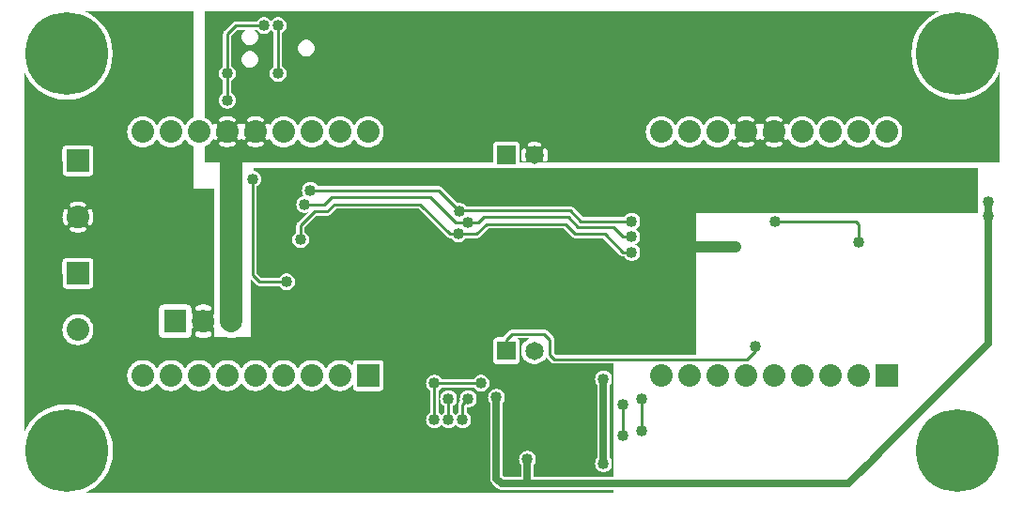
<source format=gbl>
G04 start of page 3 for group 1 idx 1 *
G04 Title: (unknown), solder *
G04 Creator: pcb 20140316 *
G04 CreationDate: Tue 08 Nov 2016 05:00:26 PM GMT UTC *
G04 For: ndholmes *
G04 Format: Gerber/RS-274X *
G04 PCB-Dimensions (mil): 3500.00 1750.00 *
G04 PCB-Coordinate-Origin: lower left *
%MOIN*%
%FSLAX25Y25*%
%LNBOTTOM*%
%ADD55C,0.0390*%
%ADD54C,0.0450*%
%ADD53C,0.0430*%
%ADD52C,0.0480*%
%ADD51C,0.1285*%
%ADD50C,0.0200*%
%ADD49C,0.0787*%
%ADD48C,0.0650*%
%ADD47C,0.2937*%
%ADD46C,0.0400*%
%ADD45C,0.0800*%
%ADD44C,0.0250*%
%ADD43C,0.0100*%
%ADD42C,0.0001*%
G54D42*G36*
X292490Y173000D02*X314000D01*
Y119500D01*
X292490D01*
Y127100D01*
X292916Y127795D01*
X293000Y127999D01*
X293084Y127795D01*
X293537Y127057D01*
X294099Y126399D01*
X294757Y125837D01*
X295495Y125384D01*
X296295Y125053D01*
X297137Y124851D01*
X298000Y124783D01*
X298863Y124851D01*
X299705Y125053D01*
X300505Y125384D01*
X301243Y125837D01*
X301901Y126399D01*
X302463Y127057D01*
X302916Y127795D01*
X303000Y127999D01*
X303084Y127795D01*
X303537Y127057D01*
X304099Y126399D01*
X304757Y125837D01*
X305495Y125384D01*
X306295Y125053D01*
X307137Y124851D01*
X308000Y124783D01*
X308863Y124851D01*
X309705Y125053D01*
X310505Y125384D01*
X311243Y125837D01*
X311901Y126399D01*
X312463Y127057D01*
X312916Y127795D01*
X313247Y128595D01*
X313449Y129437D01*
X313500Y130300D01*
X313449Y131163D01*
X313247Y132005D01*
X312916Y132805D01*
X312463Y133543D01*
X311901Y134201D01*
X311243Y134763D01*
X310505Y135216D01*
X309705Y135547D01*
X308863Y135749D01*
X308000Y135817D01*
X307137Y135749D01*
X306295Y135547D01*
X305495Y135216D01*
X304757Y134763D01*
X304099Y134201D01*
X303537Y133543D01*
X303084Y132805D01*
X303000Y132601D01*
X302916Y132805D01*
X302463Y133543D01*
X301901Y134201D01*
X301243Y134763D01*
X300505Y135216D01*
X299705Y135547D01*
X298863Y135749D01*
X298000Y135817D01*
X297137Y135749D01*
X296295Y135547D01*
X295495Y135216D01*
X294757Y134763D01*
X294099Y134201D01*
X293537Y133543D01*
X293084Y132805D01*
X293000Y132601D01*
X292916Y132805D01*
X292490Y133500D01*
Y173000D01*
G37*
G36*
X268002D02*X292490D01*
Y133500D01*
X292463Y133543D01*
X291901Y134201D01*
X291243Y134763D01*
X290505Y135216D01*
X289705Y135547D01*
X288863Y135749D01*
X288000Y135817D01*
X287137Y135749D01*
X286295Y135547D01*
X285495Y135216D01*
X284757Y134763D01*
X284099Y134201D01*
X283537Y133543D01*
X283084Y132805D01*
X283000Y132601D01*
X282916Y132805D01*
X282463Y133543D01*
X281901Y134201D01*
X281243Y134763D01*
X280505Y135216D01*
X279705Y135547D01*
X278863Y135749D01*
X278000Y135817D01*
X277137Y135749D01*
X276295Y135547D01*
X275495Y135216D01*
X274757Y134763D01*
X274099Y134201D01*
X273537Y133543D01*
X273084Y132805D01*
X272998Y132596D01*
X272910Y132792D01*
X272849Y132893D01*
X272772Y132984D01*
X272682Y133061D01*
X272580Y133123D01*
X272471Y133169D01*
X272355Y133197D01*
X272237Y133206D01*
X272119Y133197D01*
X272003Y133170D01*
X271893Y133124D01*
X271792Y133062D01*
X271702Y132986D01*
X271624Y132895D01*
X271562Y132794D01*
X271516Y132685D01*
X271489Y132569D01*
X271479Y132451D01*
X271488Y132332D01*
X271516Y132217D01*
X271563Y132108D01*
X271721Y131768D01*
X271842Y131412D01*
X271930Y131047D01*
X271982Y130675D01*
X272000Y130300D01*
X271982Y129925D01*
X271930Y129553D01*
X271842Y129188D01*
X271721Y128832D01*
X271567Y128490D01*
X271520Y128382D01*
X271493Y128267D01*
X271483Y128149D01*
X271493Y128032D01*
X271521Y127917D01*
X271566Y127808D01*
X271628Y127707D01*
X271705Y127618D01*
X271795Y127541D01*
X271895Y127480D01*
X272004Y127435D01*
X272119Y127407D01*
X272237Y127398D01*
X272355Y127408D01*
X272469Y127435D01*
X272578Y127481D01*
X272679Y127543D01*
X272769Y127619D01*
X272845Y127709D01*
X272905Y127811D01*
X272996Y128008D01*
X273084Y127795D01*
X273537Y127057D01*
X274099Y126399D01*
X274757Y125837D01*
X275495Y125384D01*
X276295Y125053D01*
X277137Y124851D01*
X278000Y124783D01*
X278863Y124851D01*
X279705Y125053D01*
X280505Y125384D01*
X281243Y125837D01*
X281901Y126399D01*
X282463Y127057D01*
X282916Y127795D01*
X283000Y127999D01*
X283084Y127795D01*
X283537Y127057D01*
X284099Y126399D01*
X284757Y125837D01*
X285495Y125384D01*
X286295Y125053D01*
X287137Y124851D01*
X288000Y124783D01*
X288863Y124851D01*
X289705Y125053D01*
X290505Y125384D01*
X291243Y125837D01*
X291901Y126399D01*
X292463Y127057D01*
X292490Y127100D01*
Y119500D01*
X268002D01*
Y124794D01*
X268516Y124818D01*
X269028Y124891D01*
X269531Y125011D01*
X270020Y125178D01*
X270492Y125390D01*
X270593Y125451D01*
X270684Y125528D01*
X270761Y125618D01*
X270823Y125720D01*
X270869Y125829D01*
X270897Y125945D01*
X270906Y126063D01*
X270897Y126181D01*
X270870Y126297D01*
X270824Y126407D01*
X270762Y126508D01*
X270686Y126598D01*
X270595Y126676D01*
X270494Y126738D01*
X270385Y126784D01*
X270269Y126811D01*
X270151Y126821D01*
X270032Y126812D01*
X269917Y126784D01*
X269808Y126737D01*
X269468Y126579D01*
X269112Y126458D01*
X268747Y126370D01*
X268375Y126318D01*
X268002Y126300D01*
Y134300D01*
X268375Y134282D01*
X268747Y134230D01*
X269112Y134142D01*
X269468Y134021D01*
X269810Y133867D01*
X269918Y133820D01*
X270033Y133793D01*
X270151Y133783D01*
X270268Y133793D01*
X270383Y133821D01*
X270492Y133866D01*
X270593Y133928D01*
X270682Y134005D01*
X270759Y134095D01*
X270820Y134195D01*
X270865Y134304D01*
X270893Y134419D01*
X270902Y134537D01*
X270892Y134655D01*
X270865Y134769D01*
X270819Y134878D01*
X270757Y134979D01*
X270681Y135069D01*
X270591Y135145D01*
X270489Y135205D01*
X270020Y135422D01*
X269531Y135589D01*
X269028Y135709D01*
X268516Y135782D01*
X268002Y135806D01*
Y173000D01*
G37*
G36*
X263000D02*X268002D01*
Y135806D01*
X268000Y135806D01*
X267484Y135782D01*
X266972Y135709D01*
X266469Y135589D01*
X265980Y135422D01*
X265508Y135210D01*
X265407Y135149D01*
X265316Y135072D01*
X265239Y134982D01*
X265177Y134880D01*
X265131Y134771D01*
X265103Y134655D01*
X265094Y134537D01*
X265103Y134419D01*
X265130Y134303D01*
X265176Y134193D01*
X265238Y134092D01*
X265314Y134002D01*
X265405Y133924D01*
X265506Y133862D01*
X265615Y133816D01*
X265731Y133789D01*
X265849Y133779D01*
X265968Y133788D01*
X266083Y133816D01*
X266192Y133863D01*
X266532Y134021D01*
X266888Y134142D01*
X267253Y134230D01*
X267625Y134282D01*
X268000Y134300D01*
X268002Y134300D01*
Y126300D01*
X268000Y126300D01*
X267625Y126318D01*
X267253Y126370D01*
X266888Y126458D01*
X266532Y126579D01*
X266190Y126733D01*
X266082Y126780D01*
X265967Y126807D01*
X265849Y126817D01*
X265732Y126807D01*
X265617Y126779D01*
X265508Y126734D01*
X265407Y126672D01*
X265318Y126595D01*
X265241Y126505D01*
X265180Y126405D01*
X265135Y126296D01*
X265107Y126181D01*
X265098Y126063D01*
X265108Y125945D01*
X265135Y125831D01*
X265181Y125722D01*
X265243Y125621D01*
X265319Y125531D01*
X265409Y125455D01*
X265511Y125395D01*
X265980Y125178D01*
X266469Y125011D01*
X266972Y124891D01*
X267484Y124818D01*
X268000Y124794D01*
X268002Y124794D01*
Y119500D01*
X263000D01*
Y128008D01*
X263090Y127808D01*
X263151Y127707D01*
X263228Y127616D01*
X263318Y127539D01*
X263420Y127477D01*
X263529Y127431D01*
X263645Y127403D01*
X263763Y127394D01*
X263881Y127403D01*
X263997Y127430D01*
X264107Y127476D01*
X264208Y127538D01*
X264298Y127614D01*
X264376Y127705D01*
X264438Y127806D01*
X264484Y127915D01*
X264511Y128031D01*
X264521Y128149D01*
X264512Y128268D01*
X264484Y128383D01*
X264437Y128492D01*
X264279Y128832D01*
X264158Y129188D01*
X264070Y129553D01*
X264018Y129925D01*
X264000Y130300D01*
X264018Y130675D01*
X264070Y131047D01*
X264158Y131412D01*
X264279Y131768D01*
X264433Y132110D01*
X264480Y132218D01*
X264507Y132333D01*
X264517Y132451D01*
X264507Y132568D01*
X264479Y132683D01*
X264434Y132792D01*
X264372Y132893D01*
X264295Y132982D01*
X264205Y133059D01*
X264105Y133120D01*
X263996Y133165D01*
X263881Y133193D01*
X263763Y133202D01*
X263645Y133192D01*
X263531Y133165D01*
X263422Y133119D01*
X263321Y133057D01*
X263231Y132981D01*
X263155Y132891D01*
X263095Y132789D01*
X263002Y132587D01*
X263000Y132592D01*
Y173000D01*
G37*
G36*
X258002D02*X263000D01*
Y132592D01*
X262910Y132792D01*
X262849Y132893D01*
X262772Y132984D01*
X262682Y133061D01*
X262580Y133123D01*
X262471Y133169D01*
X262355Y133197D01*
X262237Y133206D01*
X262119Y133197D01*
X262003Y133170D01*
X261893Y133124D01*
X261792Y133062D01*
X261702Y132986D01*
X261624Y132895D01*
X261562Y132794D01*
X261516Y132685D01*
X261489Y132569D01*
X261479Y132451D01*
X261488Y132332D01*
X261516Y132217D01*
X261563Y132108D01*
X261721Y131768D01*
X261842Y131412D01*
X261930Y131047D01*
X261982Y130675D01*
X262000Y130300D01*
X261982Y129925D01*
X261930Y129553D01*
X261842Y129188D01*
X261721Y128832D01*
X261567Y128490D01*
X261520Y128382D01*
X261493Y128267D01*
X261483Y128149D01*
X261493Y128032D01*
X261521Y127917D01*
X261566Y127808D01*
X261628Y127707D01*
X261705Y127618D01*
X261795Y127541D01*
X261895Y127480D01*
X262004Y127435D01*
X262119Y127407D01*
X262237Y127398D01*
X262355Y127408D01*
X262469Y127435D01*
X262578Y127481D01*
X262679Y127543D01*
X262769Y127619D01*
X262845Y127709D01*
X262905Y127811D01*
X262998Y128013D01*
X263000Y128008D01*
Y119500D01*
X258002D01*
Y124794D01*
X258516Y124818D01*
X259028Y124891D01*
X259531Y125011D01*
X260020Y125178D01*
X260492Y125390D01*
X260593Y125451D01*
X260684Y125528D01*
X260761Y125618D01*
X260823Y125720D01*
X260869Y125829D01*
X260897Y125945D01*
X260906Y126063D01*
X260897Y126181D01*
X260870Y126297D01*
X260824Y126407D01*
X260762Y126508D01*
X260686Y126598D01*
X260595Y126676D01*
X260494Y126738D01*
X260385Y126784D01*
X260269Y126811D01*
X260151Y126821D01*
X260032Y126812D01*
X259917Y126784D01*
X259808Y126737D01*
X259468Y126579D01*
X259112Y126458D01*
X258747Y126370D01*
X258375Y126318D01*
X258002Y126300D01*
Y134300D01*
X258375Y134282D01*
X258747Y134230D01*
X259112Y134142D01*
X259468Y134021D01*
X259810Y133867D01*
X259918Y133820D01*
X260033Y133793D01*
X260151Y133783D01*
X260268Y133793D01*
X260383Y133821D01*
X260492Y133866D01*
X260593Y133928D01*
X260682Y134005D01*
X260759Y134095D01*
X260820Y134195D01*
X260865Y134304D01*
X260893Y134419D01*
X260902Y134537D01*
X260892Y134655D01*
X260865Y134769D01*
X260819Y134878D01*
X260757Y134979D01*
X260681Y135069D01*
X260591Y135145D01*
X260489Y135205D01*
X260020Y135422D01*
X259531Y135589D01*
X259028Y135709D01*
X258516Y135782D01*
X258002Y135806D01*
Y173000D01*
G37*
G36*
X238502D02*X258002D01*
Y135806D01*
X258000Y135806D01*
X257484Y135782D01*
X256972Y135709D01*
X256469Y135589D01*
X255980Y135422D01*
X255508Y135210D01*
X255407Y135149D01*
X255316Y135072D01*
X255239Y134982D01*
X255177Y134880D01*
X255131Y134771D01*
X255103Y134655D01*
X255094Y134537D01*
X255103Y134419D01*
X255130Y134303D01*
X255176Y134193D01*
X255238Y134092D01*
X255314Y134002D01*
X255405Y133924D01*
X255506Y133862D01*
X255615Y133816D01*
X255731Y133789D01*
X255849Y133779D01*
X255968Y133788D01*
X256083Y133816D01*
X256192Y133863D01*
X256532Y134021D01*
X256888Y134142D01*
X257253Y134230D01*
X257625Y134282D01*
X258000Y134300D01*
X258002Y134300D01*
Y126300D01*
X258000Y126300D01*
X257625Y126318D01*
X257253Y126370D01*
X256888Y126458D01*
X256532Y126579D01*
X256190Y126733D01*
X256082Y126780D01*
X255967Y126807D01*
X255849Y126817D01*
X255732Y126807D01*
X255617Y126779D01*
X255508Y126734D01*
X255407Y126672D01*
X255318Y126595D01*
X255241Y126505D01*
X255180Y126405D01*
X255135Y126296D01*
X255107Y126181D01*
X255098Y126063D01*
X255108Y125945D01*
X255135Y125831D01*
X255181Y125722D01*
X255243Y125621D01*
X255319Y125531D01*
X255409Y125455D01*
X255511Y125395D01*
X255980Y125178D01*
X256469Y125011D01*
X256972Y124891D01*
X257484Y124818D01*
X258000Y124794D01*
X258002Y124794D01*
Y119500D01*
X238502D01*
Y124823D01*
X238863Y124851D01*
X239705Y125053D01*
X240505Y125384D01*
X241243Y125837D01*
X241901Y126399D01*
X242463Y127057D01*
X242916Y127795D01*
X243000Y127999D01*
X243084Y127795D01*
X243537Y127057D01*
X244099Y126399D01*
X244757Y125837D01*
X245495Y125384D01*
X246295Y125053D01*
X247137Y124851D01*
X248000Y124783D01*
X248863Y124851D01*
X249705Y125053D01*
X250505Y125384D01*
X251243Y125837D01*
X251901Y126399D01*
X252463Y127057D01*
X252916Y127795D01*
X253002Y128004D01*
X253090Y127808D01*
X253151Y127707D01*
X253228Y127616D01*
X253318Y127539D01*
X253420Y127477D01*
X253529Y127431D01*
X253645Y127403D01*
X253763Y127394D01*
X253881Y127403D01*
X253997Y127430D01*
X254107Y127476D01*
X254208Y127538D01*
X254298Y127614D01*
X254376Y127705D01*
X254438Y127806D01*
X254484Y127915D01*
X254511Y128031D01*
X254521Y128149D01*
X254512Y128268D01*
X254484Y128383D01*
X254437Y128492D01*
X254279Y128832D01*
X254158Y129188D01*
X254070Y129553D01*
X254018Y129925D01*
X254000Y130300D01*
X254018Y130675D01*
X254070Y131047D01*
X254158Y131412D01*
X254279Y131768D01*
X254433Y132110D01*
X254480Y132218D01*
X254507Y132333D01*
X254517Y132451D01*
X254507Y132568D01*
X254479Y132683D01*
X254434Y132792D01*
X254372Y132893D01*
X254295Y132982D01*
X254205Y133059D01*
X254105Y133120D01*
X253996Y133165D01*
X253881Y133193D01*
X253763Y133202D01*
X253645Y133192D01*
X253531Y133165D01*
X253422Y133119D01*
X253321Y133057D01*
X253231Y132981D01*
X253155Y132891D01*
X253095Y132789D01*
X253004Y132592D01*
X252916Y132805D01*
X252463Y133543D01*
X251901Y134201D01*
X251243Y134763D01*
X250505Y135216D01*
X249705Y135547D01*
X248863Y135749D01*
X248000Y135817D01*
X247137Y135749D01*
X246295Y135547D01*
X245495Y135216D01*
X244757Y134763D01*
X244099Y134201D01*
X243537Y133543D01*
X243084Y132805D01*
X243000Y132601D01*
X242916Y132805D01*
X242463Y133543D01*
X241901Y134201D01*
X241243Y134763D01*
X240505Y135216D01*
X239705Y135547D01*
X238863Y135749D01*
X238502Y135777D01*
Y173000D01*
G37*
G36*
X186832D02*X238502D01*
Y135777D01*
X238000Y135817D01*
X237137Y135749D01*
X236295Y135547D01*
X235495Y135216D01*
X234757Y134763D01*
X234099Y134201D01*
X233537Y133543D01*
X233084Y132805D01*
X233000Y132601D01*
X232916Y132805D01*
X232463Y133543D01*
X231901Y134201D01*
X231243Y134763D01*
X230505Y135216D01*
X229705Y135547D01*
X228863Y135749D01*
X228000Y135817D01*
X227137Y135749D01*
X226295Y135547D01*
X225495Y135216D01*
X224757Y134763D01*
X224099Y134201D01*
X223537Y133543D01*
X223084Y132805D01*
X222753Y132005D01*
X222551Y131163D01*
X222483Y130300D01*
X222551Y129437D01*
X222753Y128595D01*
X223084Y127795D01*
X223537Y127057D01*
X224099Y126399D01*
X224757Y125837D01*
X225495Y125384D01*
X226295Y125053D01*
X227137Y124851D01*
X228000Y124783D01*
X228863Y124851D01*
X229705Y125053D01*
X230505Y125384D01*
X231243Y125837D01*
X231901Y126399D01*
X232463Y127057D01*
X232916Y127795D01*
X233000Y127999D01*
X233084Y127795D01*
X233537Y127057D01*
X234099Y126399D01*
X234757Y125837D01*
X235495Y125384D01*
X236295Y125053D01*
X237137Y124851D01*
X238000Y124783D01*
X238502Y124823D01*
Y119500D01*
X186832D01*
Y119670D01*
X186943Y119704D01*
X187050Y119756D01*
X187146Y119823D01*
X187231Y119905D01*
X187302Y120000D01*
X187356Y120105D01*
X187515Y120508D01*
X187632Y120925D01*
X187711Y121352D01*
X187750Y121783D01*
Y122217D01*
X187711Y122648D01*
X187632Y123075D01*
X187515Y123492D01*
X187360Y123897D01*
X187305Y124002D01*
X187234Y124097D01*
X187148Y124179D01*
X187051Y124247D01*
X186945Y124299D01*
X186832Y124334D01*
Y173000D01*
G37*
G36*
X182998D02*X186832D01*
Y124334D01*
X186831Y124334D01*
X186714Y124350D01*
X186595Y124348D01*
X186478Y124327D01*
X186366Y124289D01*
X186262Y124233D01*
X186167Y124162D01*
X186085Y124076D01*
X186017Y123979D01*
X185965Y123873D01*
X185930Y123759D01*
X185914Y123642D01*
X185916Y123523D01*
X185936Y123407D01*
X185977Y123295D01*
X186086Y123020D01*
X186166Y122735D01*
X186220Y122443D01*
X186247Y122148D01*
Y121852D01*
X186220Y121557D01*
X186166Y121265D01*
X186086Y120980D01*
X185980Y120703D01*
X185940Y120593D01*
X185919Y120476D01*
X185917Y120358D01*
X185933Y120241D01*
X185968Y120129D01*
X186020Y120022D01*
X186087Y119926D01*
X186169Y119841D01*
X186263Y119770D01*
X186368Y119714D01*
X186479Y119676D01*
X186596Y119655D01*
X186714Y119653D01*
X186830Y119670D01*
X186832Y119670D01*
Y119500D01*
X182998D01*
Y125247D01*
X183148D01*
X183443Y125220D01*
X183735Y125166D01*
X184020Y125086D01*
X184297Y124980D01*
X184407Y124940D01*
X184524Y124919D01*
X184642Y124917D01*
X184759Y124933D01*
X184871Y124968D01*
X184978Y125020D01*
X185074Y125087D01*
X185159Y125169D01*
X185230Y125263D01*
X185286Y125368D01*
X185324Y125479D01*
X185345Y125596D01*
X185347Y125714D01*
X185330Y125830D01*
X185296Y125943D01*
X185244Y126050D01*
X185177Y126146D01*
X185095Y126231D01*
X185000Y126302D01*
X184895Y126356D01*
X184492Y126515D01*
X184075Y126632D01*
X183648Y126711D01*
X183217Y126750D01*
X182998D01*
Y173000D01*
G37*
G36*
X179168D02*X182998D01*
Y126750D01*
X182783D01*
X182352Y126711D01*
X181925Y126632D01*
X181508Y126515D01*
X181103Y126360D01*
X180998Y126305D01*
X180903Y126234D01*
X180821Y126148D01*
X180753Y126051D01*
X180701Y125945D01*
X180666Y125831D01*
X180650Y125714D01*
X180652Y125595D01*
X180673Y125478D01*
X180711Y125366D01*
X180767Y125262D01*
X180838Y125167D01*
X180924Y125085D01*
X181021Y125017D01*
X181127Y124965D01*
X181241Y124930D01*
X181358Y124914D01*
X181477Y124916D01*
X181593Y124936D01*
X181705Y124977D01*
X181980Y125086D01*
X182265Y125166D01*
X182557Y125220D01*
X182852Y125247D01*
X182998D01*
Y119500D01*
X179168D01*
Y119666D01*
X179169Y119666D01*
X179286Y119650D01*
X179405Y119652D01*
X179522Y119673D01*
X179634Y119711D01*
X179738Y119767D01*
X179833Y119838D01*
X179915Y119924D01*
X179983Y120021D01*
X180035Y120127D01*
X180070Y120241D01*
X180086Y120358D01*
X180084Y120477D01*
X180064Y120594D01*
X180023Y120705D01*
X179914Y120980D01*
X179834Y121265D01*
X179780Y121557D01*
X179753Y121852D01*
Y122148D01*
X179780Y122443D01*
X179834Y122735D01*
X179914Y123020D01*
X180020Y123297D01*
X180060Y123407D01*
X180081Y123524D01*
X180083Y123642D01*
X180067Y123759D01*
X180032Y123871D01*
X179980Y123978D01*
X179913Y124074D01*
X179831Y124159D01*
X179737Y124230D01*
X179632Y124286D01*
X179521Y124324D01*
X179404Y124345D01*
X179286Y124347D01*
X179170Y124330D01*
X179168Y124330D01*
Y173000D01*
G37*
G36*
X101995D02*X179168D01*
Y124330D01*
X179057Y124296D01*
X178950Y124244D01*
X178854Y124177D01*
X178769Y124095D01*
X178698Y124000D01*
X178644Y123895D01*
X178485Y123492D01*
X178368Y123075D01*
X178289Y122648D01*
X178250Y122217D01*
Y121783D01*
X178289Y121352D01*
X178368Y120925D01*
X178485Y120508D01*
X178640Y120103D01*
X178695Y119998D01*
X178766Y119903D01*
X178852Y119821D01*
X178949Y119753D01*
X179055Y119701D01*
X179168Y119666D01*
Y119500D01*
X177748D01*
X177736Y125485D01*
X177681Y125715D01*
X177591Y125933D01*
X177467Y126134D01*
X177314Y126314D01*
X177134Y126467D01*
X176933Y126591D01*
X176715Y126681D01*
X176485Y126736D01*
X176250Y126750D01*
X169515Y126736D01*
X169285Y126681D01*
X169067Y126591D01*
X168866Y126467D01*
X168686Y126314D01*
X168533Y126134D01*
X168409Y125933D01*
X168319Y125715D01*
X168264Y125485D01*
X168250Y125250D01*
X168262Y119500D01*
X101995D01*
Y125177D01*
X102295Y125053D01*
X103137Y124851D01*
X104000Y124783D01*
X104863Y124851D01*
X105705Y125053D01*
X106505Y125384D01*
X107243Y125837D01*
X107901Y126399D01*
X108463Y127057D01*
X108916Y127795D01*
X109000Y127999D01*
X109084Y127795D01*
X109537Y127057D01*
X110099Y126399D01*
X110757Y125837D01*
X111495Y125384D01*
X112295Y125053D01*
X113137Y124851D01*
X114000Y124783D01*
X114863Y124851D01*
X115705Y125053D01*
X116505Y125384D01*
X117243Y125837D01*
X117901Y126399D01*
X118463Y127057D01*
X118916Y127795D01*
X119000Y127999D01*
X119084Y127795D01*
X119537Y127057D01*
X120099Y126399D01*
X120757Y125837D01*
X121495Y125384D01*
X122295Y125053D01*
X123137Y124851D01*
X124000Y124783D01*
X124863Y124851D01*
X125705Y125053D01*
X126505Y125384D01*
X127243Y125837D01*
X127901Y126399D01*
X128463Y127057D01*
X128916Y127795D01*
X129247Y128595D01*
X129449Y129437D01*
X129500Y130300D01*
X129449Y131163D01*
X129247Y132005D01*
X128916Y132805D01*
X128463Y133543D01*
X127901Y134201D01*
X127243Y134763D01*
X126505Y135216D01*
X125705Y135547D01*
X124863Y135749D01*
X124000Y135817D01*
X123137Y135749D01*
X122295Y135547D01*
X121495Y135216D01*
X120757Y134763D01*
X120099Y134201D01*
X119537Y133543D01*
X119084Y132805D01*
X119000Y132601D01*
X118916Y132805D01*
X118463Y133543D01*
X117901Y134201D01*
X117243Y134763D01*
X116505Y135216D01*
X115705Y135547D01*
X114863Y135749D01*
X114000Y135817D01*
X113137Y135749D01*
X112295Y135547D01*
X111495Y135216D01*
X110757Y134763D01*
X110099Y134201D01*
X109537Y133543D01*
X109084Y132805D01*
X109000Y132601D01*
X108916Y132805D01*
X108463Y133543D01*
X107901Y134201D01*
X107243Y134763D01*
X106505Y135216D01*
X105705Y135547D01*
X104863Y135749D01*
X104000Y135817D01*
X103137Y135749D01*
X102295Y135547D01*
X101995Y135423D01*
Y157041D01*
X102000Y157041D01*
X102463Y157077D01*
X102914Y157186D01*
X103343Y157363D01*
X103739Y157606D01*
X104092Y157908D01*
X104394Y158261D01*
X104637Y158657D01*
X104814Y159086D01*
X104923Y159537D01*
X104950Y160000D01*
X104923Y160463D01*
X104814Y160914D01*
X104637Y161343D01*
X104394Y161739D01*
X104092Y162092D01*
X103739Y162394D01*
X103343Y162637D01*
X102914Y162814D01*
X102463Y162923D01*
X102000Y162959D01*
X101995Y162959D01*
Y173000D01*
G37*
G36*
X82995D02*X101995D01*
Y162959D01*
X101537Y162923D01*
X101086Y162814D01*
X100657Y162637D01*
X100261Y162394D01*
X99908Y162092D01*
X99606Y161739D01*
X99363Y161343D01*
X99186Y160914D01*
X99077Y160463D01*
X99041Y160000D01*
X99077Y159537D01*
X99186Y159086D01*
X99363Y158657D01*
X99606Y158261D01*
X99908Y157908D01*
X100261Y157606D01*
X100657Y157363D01*
X101086Y157186D01*
X101537Y157077D01*
X101995Y157041D01*
Y135423D01*
X101495Y135216D01*
X100757Y134763D01*
X100099Y134201D01*
X99537Y133543D01*
X99084Y132805D01*
X99000Y132601D01*
X98916Y132805D01*
X98463Y133543D01*
X97901Y134201D01*
X97243Y134763D01*
X96505Y135216D01*
X95705Y135547D01*
X94863Y135749D01*
X94000Y135817D01*
X93137Y135749D01*
X92295Y135547D01*
X91495Y135216D01*
X90757Y134763D01*
X90099Y134201D01*
X89537Y133543D01*
X89084Y132805D01*
X88998Y132596D01*
X88910Y132792D01*
X88849Y132893D01*
X88772Y132984D01*
X88682Y133061D01*
X88580Y133123D01*
X88471Y133169D01*
X88355Y133197D01*
X88237Y133206D01*
X88119Y133197D01*
X88003Y133170D01*
X87893Y133124D01*
X87792Y133062D01*
X87702Y132986D01*
X87624Y132895D01*
X87562Y132794D01*
X87516Y132685D01*
X87489Y132569D01*
X87479Y132451D01*
X87488Y132332D01*
X87516Y132217D01*
X87563Y132108D01*
X87721Y131768D01*
X87842Y131412D01*
X87930Y131047D01*
X87982Y130675D01*
X88000Y130300D01*
X87982Y129925D01*
X87930Y129553D01*
X87842Y129188D01*
X87721Y128832D01*
X87567Y128490D01*
X87520Y128382D01*
X87493Y128267D01*
X87483Y128149D01*
X87493Y128032D01*
X87521Y127917D01*
X87566Y127808D01*
X87628Y127707D01*
X87705Y127618D01*
X87795Y127541D01*
X87895Y127480D01*
X88004Y127435D01*
X88119Y127407D01*
X88237Y127398D01*
X88355Y127408D01*
X88469Y127435D01*
X88578Y127481D01*
X88679Y127543D01*
X88769Y127619D01*
X88845Y127709D01*
X88905Y127811D01*
X88996Y128008D01*
X89084Y127795D01*
X89537Y127057D01*
X90099Y126399D01*
X90757Y125837D01*
X91495Y125384D01*
X92295Y125053D01*
X93137Y124851D01*
X94000Y124783D01*
X94863Y124851D01*
X95705Y125053D01*
X96505Y125384D01*
X97243Y125837D01*
X97901Y126399D01*
X98463Y127057D01*
X98916Y127795D01*
X99000Y127999D01*
X99084Y127795D01*
X99537Y127057D01*
X100099Y126399D01*
X100757Y125837D01*
X101495Y125384D01*
X101995Y125177D01*
Y119500D01*
X82995D01*
Y124887D01*
X83484Y124818D01*
X84000Y124794D01*
X84516Y124818D01*
X85028Y124891D01*
X85531Y125011D01*
X86020Y125178D01*
X86492Y125390D01*
X86593Y125451D01*
X86684Y125528D01*
X86761Y125618D01*
X86823Y125720D01*
X86869Y125829D01*
X86897Y125945D01*
X86906Y126063D01*
X86897Y126181D01*
X86870Y126297D01*
X86824Y126407D01*
X86762Y126508D01*
X86686Y126598D01*
X86595Y126676D01*
X86494Y126738D01*
X86385Y126784D01*
X86269Y126811D01*
X86151Y126821D01*
X86032Y126812D01*
X85917Y126784D01*
X85808Y126737D01*
X85468Y126579D01*
X85112Y126458D01*
X84747Y126370D01*
X84375Y126318D01*
X84000Y126300D01*
X83625Y126318D01*
X83253Y126370D01*
X82995Y126432D01*
Y134168D01*
X83253Y134230D01*
X83625Y134282D01*
X84000Y134300D01*
X84375Y134282D01*
X84747Y134230D01*
X85112Y134142D01*
X85468Y134021D01*
X85810Y133867D01*
X85918Y133820D01*
X86033Y133793D01*
X86151Y133783D01*
X86268Y133793D01*
X86383Y133821D01*
X86492Y133866D01*
X86593Y133928D01*
X86682Y134005D01*
X86759Y134095D01*
X86820Y134195D01*
X86865Y134304D01*
X86893Y134419D01*
X86902Y134537D01*
X86892Y134655D01*
X86865Y134769D01*
X86819Y134878D01*
X86757Y134979D01*
X86681Y135069D01*
X86591Y135145D01*
X86489Y135205D01*
X86020Y135422D01*
X85531Y135589D01*
X85028Y135709D01*
X84516Y135782D01*
X84000Y135806D01*
X83484Y135782D01*
X82995Y135713D01*
Y153219D01*
X83343Y153363D01*
X83739Y153606D01*
X84092Y153908D01*
X84394Y154261D01*
X84637Y154657D01*
X84814Y155086D01*
X84923Y155537D01*
X84950Y156000D01*
X84923Y156463D01*
X84814Y156914D01*
X84637Y157343D01*
X84394Y157739D01*
X84092Y158092D01*
X83739Y158394D01*
X83343Y158637D01*
X82995Y158781D01*
Y161219D01*
X83343Y161363D01*
X83739Y161606D01*
X84092Y161908D01*
X84394Y162261D01*
X84637Y162657D01*
X84814Y163086D01*
X84923Y163537D01*
X84950Y164000D01*
X84923Y164463D01*
X84814Y164914D01*
X84637Y165343D01*
X84394Y165739D01*
X84092Y166092D01*
X83739Y166394D01*
X83566Y166500D01*
X84401D01*
X84565Y166231D01*
X84872Y165872D01*
X85231Y165565D01*
X85634Y165319D01*
X86070Y165138D01*
X86529Y165028D01*
X87000Y164991D01*
X87471Y165028D01*
X87930Y165138D01*
X88366Y165319D01*
X88769Y165565D01*
X89128Y165872D01*
X89435Y166231D01*
X89500Y166338D01*
X89565Y166231D01*
X89872Y165872D01*
X90231Y165565D01*
X90500Y165401D01*
Y153599D01*
X90231Y153435D01*
X89872Y153128D01*
X89565Y152769D01*
X89319Y152366D01*
X89138Y151930D01*
X89028Y151471D01*
X88991Y151000D01*
X89028Y150529D01*
X89138Y150070D01*
X89319Y149634D01*
X89565Y149231D01*
X89872Y148872D01*
X90231Y148565D01*
X90634Y148319D01*
X91070Y148138D01*
X91529Y148028D01*
X92000Y147991D01*
X92471Y148028D01*
X92930Y148138D01*
X93366Y148319D01*
X93769Y148565D01*
X94128Y148872D01*
X94435Y149231D01*
X94681Y149634D01*
X94862Y150070D01*
X94972Y150529D01*
X95000Y151000D01*
X94972Y151471D01*
X94862Y151930D01*
X94681Y152366D01*
X94435Y152769D01*
X94128Y153128D01*
X93769Y153435D01*
X93500Y153599D01*
Y165401D01*
X93769Y165565D01*
X94128Y165872D01*
X94435Y166231D01*
X94681Y166634D01*
X94862Y167070D01*
X94972Y167529D01*
X95000Y168000D01*
X94972Y168471D01*
X94862Y168930D01*
X94681Y169366D01*
X94435Y169769D01*
X94128Y170128D01*
X93769Y170435D01*
X93366Y170681D01*
X92930Y170862D01*
X92471Y170972D01*
X92000Y171009D01*
X91529Y170972D01*
X91070Y170862D01*
X90634Y170681D01*
X90231Y170435D01*
X89872Y170128D01*
X89565Y169769D01*
X89500Y169662D01*
X89435Y169769D01*
X89128Y170128D01*
X88769Y170435D01*
X88366Y170681D01*
X87930Y170862D01*
X87471Y170972D01*
X87000Y171009D01*
X86529Y170972D01*
X86070Y170862D01*
X85634Y170681D01*
X85231Y170435D01*
X84872Y170128D01*
X84565Y169769D01*
X84401Y169500D01*
X82995D01*
Y173000D01*
G37*
G36*
X79000Y166500D02*X80434D01*
X80261Y166394D01*
X79908Y166092D01*
X79606Y165739D01*
X79363Y165343D01*
X79186Y164914D01*
X79077Y164463D01*
X79041Y164000D01*
X79077Y163537D01*
X79186Y163086D01*
X79363Y162657D01*
X79606Y162261D01*
X79908Y161908D01*
X80261Y161606D01*
X80657Y161363D01*
X81086Y161186D01*
X81537Y161077D01*
X82000Y161041D01*
X82463Y161077D01*
X82914Y161186D01*
X82995Y161219D01*
Y158781D01*
X82914Y158814D01*
X82463Y158923D01*
X82000Y158959D01*
X81537Y158923D01*
X81086Y158814D01*
X80657Y158637D01*
X80261Y158394D01*
X79908Y158092D01*
X79606Y157739D01*
X79363Y157343D01*
X79186Y156914D01*
X79077Y156463D01*
X79041Y156000D01*
X79077Y155537D01*
X79186Y155086D01*
X79363Y154657D01*
X79606Y154261D01*
X79908Y153908D01*
X80261Y153606D01*
X80657Y153363D01*
X81086Y153186D01*
X81537Y153077D01*
X82000Y153041D01*
X82463Y153077D01*
X82914Y153186D01*
X82995Y153219D01*
Y135713D01*
X82972Y135709D01*
X82469Y135589D01*
X81980Y135422D01*
X81508Y135210D01*
X81407Y135149D01*
X81316Y135072D01*
X81239Y134982D01*
X81177Y134880D01*
X81131Y134771D01*
X81103Y134655D01*
X81094Y134537D01*
X81103Y134419D01*
X81130Y134303D01*
X81176Y134193D01*
X81238Y134092D01*
X81314Y134002D01*
X81405Y133924D01*
X81506Y133862D01*
X81615Y133816D01*
X81731Y133789D01*
X81849Y133779D01*
X81968Y133788D01*
X82083Y133816D01*
X82192Y133863D01*
X82532Y134021D01*
X82888Y134142D01*
X82995Y134168D01*
Y126432D01*
X82888Y126458D01*
X82532Y126579D01*
X82190Y126733D01*
X82082Y126780D01*
X81967Y126807D01*
X81849Y126817D01*
X81732Y126807D01*
X81617Y126779D01*
X81508Y126734D01*
X81407Y126672D01*
X81318Y126595D01*
X81241Y126505D01*
X81180Y126405D01*
X81135Y126296D01*
X81107Y126181D01*
X81098Y126063D01*
X81108Y125945D01*
X81135Y125831D01*
X81181Y125722D01*
X81243Y125621D01*
X81319Y125531D01*
X81409Y125455D01*
X81511Y125395D01*
X81980Y125178D01*
X82469Y125011D01*
X82972Y124891D01*
X82995Y124887D01*
Y119500D01*
X79000D01*
Y128008D01*
X79090Y127808D01*
X79151Y127707D01*
X79228Y127616D01*
X79318Y127539D01*
X79420Y127477D01*
X79529Y127431D01*
X79645Y127403D01*
X79763Y127394D01*
X79881Y127403D01*
X79997Y127430D01*
X80107Y127476D01*
X80208Y127538D01*
X80298Y127614D01*
X80376Y127705D01*
X80438Y127806D01*
X80484Y127915D01*
X80511Y128031D01*
X80521Y128149D01*
X80512Y128268D01*
X80484Y128383D01*
X80437Y128492D01*
X80279Y128832D01*
X80158Y129188D01*
X80070Y129553D01*
X80018Y129925D01*
X80000Y130300D01*
X80018Y130675D01*
X80070Y131047D01*
X80158Y131412D01*
X80279Y131768D01*
X80433Y132110D01*
X80480Y132218D01*
X80507Y132333D01*
X80517Y132451D01*
X80507Y132568D01*
X80479Y132683D01*
X80434Y132792D01*
X80372Y132893D01*
X80295Y132982D01*
X80205Y133059D01*
X80105Y133120D01*
X79996Y133165D01*
X79881Y133193D01*
X79763Y133202D01*
X79645Y133192D01*
X79531Y133165D01*
X79422Y133119D01*
X79321Y133057D01*
X79231Y132981D01*
X79155Y132891D01*
X79095Y132789D01*
X79002Y132587D01*
X79000Y132592D01*
Y166500D01*
G37*
G36*
Y173000D02*X82995D01*
Y169500D01*
X79000D01*
Y173000D01*
G37*
G36*
X74002Y138491D02*X74471Y138528D01*
X74930Y138638D01*
X75366Y138819D01*
X75769Y139065D01*
X76128Y139372D01*
X76435Y139731D01*
X76681Y140134D01*
X76862Y140570D01*
X76972Y141029D01*
X77000Y141500D01*
X76972Y141971D01*
X76862Y142430D01*
X76681Y142866D01*
X76435Y143269D01*
X76128Y143628D01*
X75769Y143935D01*
X75500Y144099D01*
Y148401D01*
X75769Y148565D01*
X76128Y148872D01*
X76435Y149231D01*
X76681Y149634D01*
X76862Y150070D01*
X76972Y150529D01*
X77000Y151000D01*
X76972Y151471D01*
X76862Y151930D01*
X76681Y152366D01*
X76435Y152769D01*
X76128Y153128D01*
X75769Y153435D01*
X75500Y153599D01*
Y164379D01*
X77621Y166500D01*
X79000D01*
Y132592D01*
X78910Y132792D01*
X78849Y132893D01*
X78772Y132984D01*
X78682Y133061D01*
X78580Y133123D01*
X78471Y133169D01*
X78355Y133197D01*
X78237Y133206D01*
X78119Y133197D01*
X78003Y133170D01*
X77893Y133124D01*
X77792Y133062D01*
X77702Y132986D01*
X77624Y132895D01*
X77562Y132794D01*
X77516Y132685D01*
X77489Y132569D01*
X77479Y132451D01*
X77488Y132332D01*
X77516Y132217D01*
X77563Y132108D01*
X77721Y131768D01*
X77842Y131412D01*
X77930Y131047D01*
X77982Y130675D01*
X78000Y130300D01*
X77982Y129925D01*
X77930Y129553D01*
X77842Y129188D01*
X77721Y128832D01*
X77567Y128490D01*
X77520Y128382D01*
X77493Y128267D01*
X77483Y128149D01*
X77493Y128032D01*
X77521Y127917D01*
X77566Y127808D01*
X77628Y127707D01*
X77705Y127618D01*
X77795Y127541D01*
X77895Y127480D01*
X78004Y127435D01*
X78119Y127407D01*
X78237Y127398D01*
X78355Y127408D01*
X78469Y127435D01*
X78578Y127481D01*
X78679Y127543D01*
X78769Y127619D01*
X78845Y127709D01*
X78905Y127811D01*
X78998Y128013D01*
X79000Y128008D01*
Y119500D01*
X74002D01*
Y124794D01*
X74516Y124818D01*
X75028Y124891D01*
X75531Y125011D01*
X76020Y125178D01*
X76492Y125390D01*
X76593Y125451D01*
X76684Y125528D01*
X76761Y125618D01*
X76823Y125720D01*
X76869Y125829D01*
X76897Y125945D01*
X76906Y126063D01*
X76897Y126181D01*
X76870Y126297D01*
X76824Y126407D01*
X76762Y126508D01*
X76686Y126598D01*
X76595Y126676D01*
X76494Y126738D01*
X76385Y126784D01*
X76269Y126811D01*
X76151Y126821D01*
X76032Y126812D01*
X75917Y126784D01*
X75808Y126737D01*
X75468Y126579D01*
X75112Y126458D01*
X74747Y126370D01*
X74375Y126318D01*
X74002Y126300D01*
Y134300D01*
X74375Y134282D01*
X74747Y134230D01*
X75112Y134142D01*
X75468Y134021D01*
X75810Y133867D01*
X75918Y133820D01*
X76033Y133793D01*
X76151Y133783D01*
X76268Y133793D01*
X76383Y133821D01*
X76492Y133866D01*
X76593Y133928D01*
X76682Y134005D01*
X76759Y134095D01*
X76820Y134195D01*
X76865Y134304D01*
X76893Y134419D01*
X76902Y134537D01*
X76892Y134655D01*
X76865Y134769D01*
X76819Y134878D01*
X76757Y134979D01*
X76681Y135069D01*
X76591Y135145D01*
X76489Y135205D01*
X76020Y135422D01*
X75531Y135589D01*
X75028Y135709D01*
X74516Y135782D01*
X74002Y135806D01*
Y138491D01*
G37*
G36*
Y173000D02*X79000D01*
Y169500D01*
X77059D01*
X77000Y169505D01*
X76765Y169486D01*
X76535Y169431D01*
X76317Y169341D01*
X76116Y169217D01*
X76115Y169217D01*
X75936Y169064D01*
X75898Y169019D01*
X74002Y167124D01*
Y173000D01*
G37*
G36*
X66000D02*X74002D01*
Y167124D01*
X72981Y166102D01*
X72936Y166064D01*
X72783Y165884D01*
X72659Y165683D01*
X72569Y165465D01*
X72514Y165235D01*
X72514Y165235D01*
X72495Y165000D01*
X72500Y164941D01*
Y153599D01*
X72231Y153435D01*
X71872Y153128D01*
X71565Y152769D01*
X71319Y152366D01*
X71138Y151930D01*
X71028Y151471D01*
X70991Y151000D01*
X71028Y150529D01*
X71138Y150070D01*
X71319Y149634D01*
X71565Y149231D01*
X71872Y148872D01*
X72231Y148565D01*
X72500Y148401D01*
Y144099D01*
X72231Y143935D01*
X71872Y143628D01*
X71565Y143269D01*
X71319Y142866D01*
X71138Y142430D01*
X71028Y141971D01*
X70991Y141500D01*
X71028Y141029D01*
X71138Y140570D01*
X71319Y140134D01*
X71565Y139731D01*
X71872Y139372D01*
X72231Y139065D01*
X72634Y138819D01*
X73070Y138638D01*
X73529Y138528D01*
X74000Y138491D01*
X74002Y138491D01*
Y135806D01*
X74000Y135806D01*
X73484Y135782D01*
X72972Y135709D01*
X72469Y135589D01*
X71980Y135422D01*
X71508Y135210D01*
X71407Y135149D01*
X71316Y135072D01*
X71239Y134982D01*
X71177Y134880D01*
X71131Y134771D01*
X71103Y134655D01*
X71094Y134537D01*
X71103Y134419D01*
X71130Y134303D01*
X71176Y134193D01*
X71238Y134092D01*
X71314Y134002D01*
X71405Y133924D01*
X71506Y133862D01*
X71615Y133816D01*
X71731Y133789D01*
X71849Y133779D01*
X71968Y133788D01*
X72083Y133816D01*
X72192Y133863D01*
X72532Y134021D01*
X72888Y134142D01*
X73253Y134230D01*
X73625Y134282D01*
X74000Y134300D01*
X74002Y134300D01*
Y126300D01*
X74000Y126300D01*
X73625Y126318D01*
X73253Y126370D01*
X72888Y126458D01*
X72532Y126579D01*
X72190Y126733D01*
X72082Y126780D01*
X71967Y126807D01*
X71849Y126817D01*
X71732Y126807D01*
X71617Y126779D01*
X71508Y126734D01*
X71407Y126672D01*
X71318Y126595D01*
X71241Y126505D01*
X71180Y126405D01*
X71135Y126296D01*
X71107Y126181D01*
X71098Y126063D01*
X71108Y125945D01*
X71135Y125831D01*
X71181Y125722D01*
X71243Y125621D01*
X71319Y125531D01*
X71409Y125455D01*
X71511Y125395D01*
X71980Y125178D01*
X72469Y125011D01*
X72972Y124891D01*
X73484Y124818D01*
X74000Y124794D01*
X74002Y124794D01*
Y119500D01*
X66000D01*
Y125175D01*
X66505Y125384D01*
X67243Y125837D01*
X67901Y126399D01*
X68463Y127057D01*
X68916Y127795D01*
X69002Y128004D01*
X69090Y127808D01*
X69151Y127707D01*
X69228Y127616D01*
X69318Y127539D01*
X69420Y127477D01*
X69529Y127431D01*
X69645Y127403D01*
X69763Y127394D01*
X69881Y127403D01*
X69997Y127430D01*
X70107Y127476D01*
X70208Y127538D01*
X70298Y127614D01*
X70376Y127705D01*
X70438Y127806D01*
X70484Y127915D01*
X70511Y128031D01*
X70521Y128149D01*
X70512Y128268D01*
X70484Y128383D01*
X70437Y128492D01*
X70279Y128832D01*
X70158Y129188D01*
X70070Y129553D01*
X70018Y129925D01*
X70000Y130300D01*
X70018Y130675D01*
X70070Y131047D01*
X70158Y131412D01*
X70279Y131768D01*
X70433Y132110D01*
X70480Y132218D01*
X70507Y132333D01*
X70517Y132451D01*
X70507Y132568D01*
X70479Y132683D01*
X70434Y132792D01*
X70372Y132893D01*
X70295Y132982D01*
X70205Y133059D01*
X70105Y133120D01*
X69996Y133165D01*
X69881Y133193D01*
X69763Y133202D01*
X69645Y133192D01*
X69531Y133165D01*
X69422Y133119D01*
X69321Y133057D01*
X69231Y132981D01*
X69155Y132891D01*
X69095Y132789D01*
X69004Y132592D01*
X68916Y132805D01*
X68463Y133543D01*
X67901Y134201D01*
X67243Y134763D01*
X66505Y135216D01*
X66000Y135425D01*
Y173000D01*
G37*
G36*
X88000Y74000D02*X94882D01*
X95000Y73991D01*
X95118Y74000D01*
X138500D01*
Y50000D01*
X88000D01*
Y74000D01*
G37*
G36*
X83992Y57500D02*X138500D01*
Y2000D01*
X83992D01*
Y38184D01*
X84000Y38183D01*
X84863Y38251D01*
X85705Y38453D01*
X86505Y38784D01*
X87243Y39237D01*
X87901Y39799D01*
X88463Y40457D01*
X88916Y41195D01*
X89000Y41399D01*
X89084Y41195D01*
X89537Y40457D01*
X90099Y39799D01*
X90757Y39237D01*
X91495Y38784D01*
X92295Y38453D01*
X93137Y38251D01*
X94000Y38183D01*
X94863Y38251D01*
X95705Y38453D01*
X96505Y38784D01*
X97243Y39237D01*
X97901Y39799D01*
X98463Y40457D01*
X98916Y41195D01*
X99000Y41399D01*
X99084Y41195D01*
X99537Y40457D01*
X100099Y39799D01*
X100757Y39237D01*
X101495Y38784D01*
X102295Y38453D01*
X103137Y38251D01*
X104000Y38183D01*
X104863Y38251D01*
X105705Y38453D01*
X106505Y38784D01*
X107243Y39237D01*
X107901Y39799D01*
X108463Y40457D01*
X108916Y41195D01*
X109000Y41399D01*
X109084Y41195D01*
X109537Y40457D01*
X110099Y39799D01*
X110757Y39237D01*
X111495Y38784D01*
X112295Y38453D01*
X113137Y38251D01*
X114000Y38183D01*
X114863Y38251D01*
X115705Y38453D01*
X116505Y38784D01*
X117243Y39237D01*
X117901Y39799D01*
X118463Y40457D01*
X118512Y40537D01*
X118514Y39465D01*
X118569Y39235D01*
X118659Y39017D01*
X118783Y38816D01*
X118936Y38636D01*
X119116Y38483D01*
X119317Y38359D01*
X119535Y38269D01*
X119765Y38214D01*
X120000Y38200D01*
X128235Y38214D01*
X128465Y38269D01*
X128683Y38359D01*
X128884Y38483D01*
X129064Y38636D01*
X129217Y38816D01*
X129341Y39017D01*
X129431Y39235D01*
X129486Y39465D01*
X129500Y39700D01*
X129486Y47935D01*
X129431Y48165D01*
X129341Y48383D01*
X129217Y48584D01*
X129064Y48764D01*
X128884Y48917D01*
X128683Y49041D01*
X128465Y49131D01*
X128235Y49186D01*
X128000Y49200D01*
X119765Y49186D01*
X119535Y49131D01*
X119317Y49041D01*
X119116Y48917D01*
X118936Y48764D01*
X118783Y48584D01*
X118659Y48383D01*
X118569Y48165D01*
X118514Y47935D01*
X118500Y47700D01*
X118501Y46881D01*
X118463Y46943D01*
X117901Y47601D01*
X117243Y48163D01*
X116505Y48616D01*
X115705Y48947D01*
X114863Y49149D01*
X114000Y49217D01*
X113137Y49149D01*
X112295Y48947D01*
X111495Y48616D01*
X110757Y48163D01*
X110099Y47601D01*
X109537Y46943D01*
X109084Y46205D01*
X109000Y46001D01*
X108916Y46205D01*
X108463Y46943D01*
X107901Y47601D01*
X107243Y48163D01*
X106505Y48616D01*
X105705Y48947D01*
X104863Y49149D01*
X104000Y49217D01*
X103137Y49149D01*
X102295Y48947D01*
X101495Y48616D01*
X100757Y48163D01*
X100099Y47601D01*
X99537Y46943D01*
X99084Y46205D01*
X99000Y46001D01*
X98916Y46205D01*
X98463Y46943D01*
X97901Y47601D01*
X97243Y48163D01*
X96505Y48616D01*
X95705Y48947D01*
X94863Y49149D01*
X94000Y49217D01*
X93137Y49149D01*
X92295Y48947D01*
X91495Y48616D01*
X90757Y48163D01*
X90099Y47601D01*
X89537Y46943D01*
X89084Y46205D01*
X89000Y46001D01*
X88916Y46205D01*
X88463Y46943D01*
X87901Y47601D01*
X87243Y48163D01*
X86505Y48616D01*
X85705Y48947D01*
X84863Y49149D01*
X84000Y49217D01*
X83992Y49216D01*
Y57500D01*
G37*
G36*
X38000D02*X50314D01*
X50384Y57440D01*
X50652Y57275D01*
X50943Y57155D01*
X51249Y57082D01*
X51563Y57063D01*
X59751Y57082D01*
X60057Y57155D01*
X60348Y57275D01*
X60616Y57440D01*
X60686Y57500D01*
X63269D01*
X63296Y57487D01*
X63828Y57296D01*
X64377Y57163D01*
X64936Y57083D01*
X65500Y57056D01*
X66064Y57083D01*
X66623Y57163D01*
X67172Y57296D01*
X67706Y57481D01*
X67745Y57500D01*
X73264D01*
X73660Y57336D01*
X74568Y57118D01*
X75500Y57045D01*
X76432Y57118D01*
X77340Y57336D01*
X77736Y57500D01*
X83992D01*
Y49216D01*
X83137Y49149D01*
X82295Y48947D01*
X81495Y48616D01*
X80757Y48163D01*
X80099Y47601D01*
X79537Y46943D01*
X79084Y46205D01*
X79000Y46001D01*
X78916Y46205D01*
X78463Y46943D01*
X77901Y47601D01*
X77243Y48163D01*
X76505Y48616D01*
X75705Y48947D01*
X74863Y49149D01*
X74000Y49217D01*
X73137Y49149D01*
X72295Y48947D01*
X71495Y48616D01*
X70757Y48163D01*
X70099Y47601D01*
X69537Y46943D01*
X69084Y46205D01*
X69000Y46001D01*
X68916Y46205D01*
X68463Y46943D01*
X67901Y47601D01*
X67243Y48163D01*
X66505Y48616D01*
X65705Y48947D01*
X64863Y49149D01*
X64000Y49217D01*
X63137Y49149D01*
X62295Y48947D01*
X61495Y48616D01*
X60757Y48163D01*
X60099Y47601D01*
X59537Y46943D01*
X59084Y46205D01*
X59000Y46001D01*
X58916Y46205D01*
X58463Y46943D01*
X57901Y47601D01*
X57243Y48163D01*
X56505Y48616D01*
X55705Y48947D01*
X54863Y49149D01*
X54000Y49217D01*
X53137Y49149D01*
X52295Y48947D01*
X51495Y48616D01*
X50757Y48163D01*
X50099Y47601D01*
X49537Y46943D01*
X49084Y46205D01*
X49000Y46001D01*
X48916Y46205D01*
X48463Y46943D01*
X47901Y47601D01*
X47243Y48163D01*
X46505Y48616D01*
X45705Y48947D01*
X44863Y49149D01*
X44000Y49217D01*
X43137Y49149D01*
X42295Y48947D01*
X41495Y48616D01*
X40757Y48163D01*
X40099Y47601D01*
X39537Y46943D01*
X39084Y46205D01*
X38753Y45405D01*
X38551Y44563D01*
X38483Y43700D01*
X38551Y42837D01*
X38753Y41995D01*
X39084Y41195D01*
X39537Y40457D01*
X40099Y39799D01*
X40757Y39237D01*
X41495Y38784D01*
X42295Y38453D01*
X43137Y38251D01*
X44000Y38183D01*
X44863Y38251D01*
X45705Y38453D01*
X46505Y38784D01*
X47243Y39237D01*
X47901Y39799D01*
X48463Y40457D01*
X48916Y41195D01*
X49000Y41399D01*
X49084Y41195D01*
X49537Y40457D01*
X50099Y39799D01*
X50757Y39237D01*
X51495Y38784D01*
X52295Y38453D01*
X53137Y38251D01*
X54000Y38183D01*
X54863Y38251D01*
X55705Y38453D01*
X56505Y38784D01*
X57243Y39237D01*
X57901Y39799D01*
X58463Y40457D01*
X58916Y41195D01*
X59000Y41399D01*
X59084Y41195D01*
X59537Y40457D01*
X60099Y39799D01*
X60757Y39237D01*
X61495Y38784D01*
X62295Y38453D01*
X63137Y38251D01*
X64000Y38183D01*
X64863Y38251D01*
X65705Y38453D01*
X66505Y38784D01*
X67243Y39237D01*
X67901Y39799D01*
X68463Y40457D01*
X68916Y41195D01*
X69000Y41399D01*
X69084Y41195D01*
X69537Y40457D01*
X70099Y39799D01*
X70757Y39237D01*
X71495Y38784D01*
X72295Y38453D01*
X73137Y38251D01*
X74000Y38183D01*
X74863Y38251D01*
X75705Y38453D01*
X76505Y38784D01*
X77243Y39237D01*
X77901Y39799D01*
X78463Y40457D01*
X78916Y41195D01*
X79000Y41399D01*
X79084Y41195D01*
X79537Y40457D01*
X80099Y39799D01*
X80757Y39237D01*
X81495Y38784D01*
X82295Y38453D01*
X83137Y38251D01*
X83992Y38184D01*
Y2000D01*
X38000D01*
Y57500D01*
G37*
G36*
X40000Y2000D02*X25493D01*
Y2989D01*
X26660Y3704D01*
X28621Y5379D01*
X30296Y7340D01*
X31643Y9539D01*
X32630Y11921D01*
X33232Y14429D01*
X33384Y17000D01*
X33232Y19571D01*
X32630Y22079D01*
X31643Y24461D01*
X30296Y26660D01*
X28621Y28621D01*
X26660Y30296D01*
X25493Y31011D01*
Y56805D01*
X25916Y57495D01*
X26247Y58295D01*
X26449Y59137D01*
X26500Y60000D01*
X26449Y60863D01*
X26247Y61705D01*
X25916Y62505D01*
X25493Y63195D01*
Y74580D01*
X25683Y74659D01*
X25884Y74783D01*
X26064Y74936D01*
X26217Y75116D01*
X26341Y75317D01*
X26431Y75535D01*
X26486Y75765D01*
X26500Y76000D01*
X26486Y84235D01*
X26431Y84465D01*
X26341Y84683D01*
X26217Y84884D01*
X26064Y85064D01*
X25884Y85217D01*
X25683Y85341D01*
X25493Y85420D01*
Y97145D01*
X25578Y97181D01*
X25679Y97243D01*
X25769Y97319D01*
X25845Y97409D01*
X25905Y97511D01*
X26122Y97980D01*
X26289Y98469D01*
X26409Y98972D01*
X26482Y99484D01*
X26506Y100000D01*
X26482Y100516D01*
X26409Y101028D01*
X26289Y101531D01*
X26122Y102020D01*
X25910Y102492D01*
X25849Y102593D01*
X25772Y102684D01*
X25682Y102761D01*
X25580Y102823D01*
X25493Y102860D01*
Y114580D01*
X25683Y114659D01*
X25884Y114783D01*
X26064Y114936D01*
X26217Y115116D01*
X26341Y115317D01*
X26431Y115535D01*
X26486Y115765D01*
X26500Y116000D01*
X26486Y124235D01*
X26431Y124465D01*
X26341Y124683D01*
X26217Y124884D01*
X26064Y125064D01*
X25884Y125217D01*
X25683Y125341D01*
X25493Y125420D01*
Y144106D01*
X26601Y144785D01*
X28550Y146450D01*
X30215Y148399D01*
X31554Y150584D01*
X32535Y152952D01*
X33133Y155445D01*
X33284Y158000D01*
X33133Y160555D01*
X32535Y163048D01*
X31554Y165416D01*
X30215Y167601D01*
X28550Y169550D01*
X26601Y171215D01*
X25493Y171894D01*
Y173000D01*
X40000D01*
Y134085D01*
X39537Y133543D01*
X39084Y132805D01*
X38753Y132005D01*
X38551Y131163D01*
X38483Y130300D01*
X38551Y129437D01*
X38753Y128595D01*
X39084Y127795D01*
X39537Y127057D01*
X40000Y126515D01*
Y47485D01*
X39537Y46943D01*
X39084Y46205D01*
X38753Y45405D01*
X38551Y44563D01*
X38483Y43700D01*
X38551Y42837D01*
X38753Y41995D01*
X39084Y41195D01*
X39537Y40457D01*
X40000Y39915D01*
Y2000D01*
G37*
G36*
X25493Y171894D02*X24416Y172554D01*
X23339Y173000D01*
X25493D01*
Y171894D01*
G37*
G36*
Y125420D02*X25465Y125431D01*
X25235Y125486D01*
X25000Y125500D01*
X21000Y125493D01*
Y142214D01*
X22048Y142465D01*
X24416Y143446D01*
X25493Y144106D01*
Y125420D01*
G37*
G36*
Y85420D02*X25465Y85431D01*
X25235Y85486D01*
X25000Y85500D01*
X21000Y85493D01*
Y94494D01*
X21516Y94518D01*
X22028Y94591D01*
X22531Y94711D01*
X23020Y94878D01*
X23492Y95090D01*
X23593Y95151D01*
X23684Y95228D01*
X23761Y95318D01*
X23823Y95420D01*
X23869Y95529D01*
X23897Y95645D01*
X23906Y95763D01*
X23897Y95881D01*
X23870Y95997D01*
X23824Y96107D01*
X23762Y96208D01*
X23686Y96298D01*
X23595Y96376D01*
X23494Y96438D01*
X23385Y96484D01*
X23269Y96511D01*
X23151Y96521D01*
X23032Y96512D01*
X22917Y96484D01*
X22808Y96437D01*
X22468Y96279D01*
X22112Y96158D01*
X21747Y96070D01*
X21375Y96018D01*
X21000Y96000D01*
Y104000D01*
X21375Y103982D01*
X21747Y103930D01*
X22112Y103842D01*
X22468Y103721D01*
X22810Y103567D01*
X22918Y103520D01*
X23033Y103493D01*
X23151Y103483D01*
X23268Y103493D01*
X23383Y103521D01*
X23492Y103566D01*
X23593Y103628D01*
X23682Y103705D01*
X23759Y103795D01*
X23820Y103895D01*
X23865Y104004D01*
X23893Y104119D01*
X23902Y104237D01*
X23892Y104355D01*
X23865Y104469D01*
X23819Y104578D01*
X23757Y104679D01*
X23681Y104769D01*
X23591Y104845D01*
X23489Y104905D01*
X23020Y105122D01*
X22531Y105289D01*
X22028Y105409D01*
X21516Y105482D01*
X21000Y105506D01*
Y114507D01*
X25235Y114514D01*
X25465Y114569D01*
X25493Y114580D01*
Y102860D01*
X25471Y102869D01*
X25355Y102897D01*
X25237Y102906D01*
X25119Y102897D01*
X25003Y102870D01*
X24893Y102824D01*
X24792Y102762D01*
X24702Y102686D01*
X24624Y102595D01*
X24562Y102494D01*
X24516Y102385D01*
X24489Y102269D01*
X24479Y102151D01*
X24488Y102032D01*
X24516Y101917D01*
X24563Y101808D01*
X24721Y101468D01*
X24842Y101112D01*
X24930Y100747D01*
X24982Y100375D01*
X25000Y100000D01*
X24982Y99625D01*
X24930Y99253D01*
X24842Y98888D01*
X24721Y98532D01*
X24567Y98190D01*
X24520Y98082D01*
X24493Y97967D01*
X24483Y97849D01*
X24493Y97732D01*
X24521Y97617D01*
X24566Y97508D01*
X24628Y97407D01*
X24705Y97318D01*
X24795Y97241D01*
X24895Y97180D01*
X25004Y97135D01*
X25119Y97107D01*
X25237Y97098D01*
X25355Y97108D01*
X25469Y97135D01*
X25493Y97145D01*
Y85420D01*
G37*
G36*
Y63195D02*X25463Y63243D01*
X24901Y63901D01*
X24243Y64463D01*
X23505Y64916D01*
X22705Y65247D01*
X21863Y65449D01*
X21000Y65517D01*
Y74507D01*
X25235Y74514D01*
X25465Y74569D01*
X25493Y74580D01*
Y63195D01*
G37*
G36*
Y31011D02*X24461Y31643D01*
X22079Y32630D01*
X21000Y32889D01*
Y54483D01*
X21863Y54551D01*
X22705Y54753D01*
X23505Y55084D01*
X24243Y55537D01*
X24901Y56099D01*
X25463Y56757D01*
X25493Y56805D01*
Y31011D01*
G37*
G36*
Y2000D02*X23600D01*
X24461Y2357D01*
X25493Y2989D01*
Y2000D01*
G37*
G36*
X16507Y74580D02*X16535Y74569D01*
X16765Y74514D01*
X17000Y74500D01*
X21000Y74507D01*
Y65517D01*
X20137Y65449D01*
X19295Y65247D01*
X18495Y64916D01*
X17757Y64463D01*
X17099Y63901D01*
X16537Y63243D01*
X16507Y63195D01*
Y74580D01*
G37*
G36*
Y114580D02*X16535Y114569D01*
X16765Y114514D01*
X17000Y114500D01*
X21000Y114507D01*
Y105506D01*
X21000D01*
X20484Y105482D01*
X19972Y105409D01*
X19469Y105289D01*
X18980Y105122D01*
X18508Y104910D01*
X18407Y104849D01*
X18316Y104772D01*
X18239Y104682D01*
X18177Y104580D01*
X18131Y104471D01*
X18103Y104355D01*
X18094Y104237D01*
X18103Y104119D01*
X18130Y104003D01*
X18176Y103893D01*
X18238Y103792D01*
X18314Y103702D01*
X18405Y103624D01*
X18506Y103562D01*
X18615Y103516D01*
X18731Y103489D01*
X18849Y103479D01*
X18968Y103488D01*
X19083Y103516D01*
X19192Y103563D01*
X19532Y103721D01*
X19888Y103842D01*
X20253Y103930D01*
X20625Y103982D01*
X21000Y104000D01*
Y96000D01*
X20625Y96018D01*
X20253Y96070D01*
X19888Y96158D01*
X19532Y96279D01*
X19190Y96433D01*
X19082Y96480D01*
X18967Y96507D01*
X18849Y96517D01*
X18732Y96507D01*
X18617Y96479D01*
X18508Y96434D01*
X18407Y96372D01*
X18318Y96295D01*
X18241Y96205D01*
X18180Y96105D01*
X18135Y95996D01*
X18107Y95881D01*
X18098Y95763D01*
X18108Y95645D01*
X18135Y95531D01*
X18181Y95422D01*
X18243Y95321D01*
X18319Y95231D01*
X18409Y95155D01*
X18511Y95095D01*
X18980Y94878D01*
X19469Y94711D01*
X19972Y94591D01*
X20484Y94518D01*
X21000Y94494D01*
X21000D01*
Y85493D01*
X16765Y85486D01*
X16535Y85431D01*
X16507Y85420D01*
Y97140D01*
X16529Y97131D01*
X16645Y97103D01*
X16763Y97094D01*
X16881Y97103D01*
X16997Y97130D01*
X17107Y97176D01*
X17208Y97238D01*
X17298Y97314D01*
X17376Y97405D01*
X17438Y97506D01*
X17484Y97615D01*
X17511Y97731D01*
X17521Y97849D01*
X17512Y97968D01*
X17484Y98083D01*
X17437Y98192D01*
X17279Y98532D01*
X17158Y98888D01*
X17070Y99253D01*
X17018Y99625D01*
X17000Y100000D01*
X17018Y100375D01*
X17070Y100747D01*
X17158Y101112D01*
X17279Y101468D01*
X17433Y101810D01*
X17480Y101918D01*
X17507Y102033D01*
X17517Y102151D01*
X17507Y102268D01*
X17479Y102383D01*
X17434Y102492D01*
X17372Y102593D01*
X17295Y102682D01*
X17205Y102759D01*
X17105Y102820D01*
X16996Y102865D01*
X16881Y102893D01*
X16763Y102902D01*
X16645Y102892D01*
X16531Y102865D01*
X16507Y102855D01*
Y114580D01*
G37*
G36*
Y141705D02*X17000Y141666D01*
X19555Y141867D01*
X21000Y142214D01*
Y125493D01*
X16765Y125486D01*
X16535Y125431D01*
X16507Y125420D01*
Y141705D01*
G37*
G36*
X21000Y32889D02*X19571Y33232D01*
X17000Y33435D01*
X16507Y33396D01*
Y56805D01*
X16537Y56757D01*
X17099Y56099D01*
X17757Y55537D01*
X18495Y55084D01*
X19295Y54753D01*
X20137Y54551D01*
X21000Y54483D01*
Y32889D01*
G37*
G36*
X16507Y33396D02*X14429Y33232D01*
X11921Y32630D01*
X9539Y31643D01*
X7340Y30296D01*
X5379Y28621D01*
X3704Y26660D01*
X2357Y24461D01*
X2000Y23600D01*
Y151661D01*
X2446Y150584D01*
X3785Y148399D01*
X5450Y146450D01*
X7399Y144785D01*
X9584Y143446D01*
X11952Y142465D01*
X14445Y141867D01*
X16507Y141705D01*
Y125420D01*
X16317Y125341D01*
X16116Y125217D01*
X15936Y125064D01*
X15783Y124884D01*
X15659Y124683D01*
X15569Y124465D01*
X15514Y124235D01*
X15500Y124000D01*
X15514Y115765D01*
X15569Y115535D01*
X15659Y115317D01*
X15783Y115116D01*
X15936Y114936D01*
X16116Y114783D01*
X16317Y114659D01*
X16507Y114580D01*
Y102855D01*
X16422Y102819D01*
X16321Y102757D01*
X16231Y102681D01*
X16155Y102591D01*
X16095Y102489D01*
X15878Y102020D01*
X15711Y101531D01*
X15591Y101028D01*
X15518Y100516D01*
X15494Y100000D01*
X15518Y99484D01*
X15591Y98972D01*
X15711Y98469D01*
X15878Y97980D01*
X16090Y97508D01*
X16151Y97407D01*
X16228Y97316D01*
X16318Y97239D01*
X16420Y97177D01*
X16507Y97140D01*
Y85420D01*
X16317Y85341D01*
X16116Y85217D01*
X15936Y85064D01*
X15783Y84884D01*
X15659Y84683D01*
X15569Y84465D01*
X15514Y84235D01*
X15500Y84000D01*
X15514Y75765D01*
X15569Y75535D01*
X15659Y75317D01*
X15783Y75116D01*
X15936Y74936D01*
X16116Y74783D01*
X16317Y74659D01*
X16507Y74580D01*
Y63195D01*
X16084Y62505D01*
X15753Y61705D01*
X15551Y60863D01*
X15483Y60000D01*
X15551Y59137D01*
X15753Y58295D01*
X16084Y57495D01*
X16507Y56805D01*
Y33396D01*
G37*
G36*
X36000Y173000D02*X62157D01*
Y135490D01*
X61495Y135216D01*
X60757Y134763D01*
X60099Y134201D01*
X59537Y133543D01*
X59084Y132805D01*
X59000Y132601D01*
X58916Y132805D01*
X58463Y133543D01*
X57901Y134201D01*
X57243Y134763D01*
X56505Y135216D01*
X55705Y135547D01*
X54863Y135749D01*
X54000Y135817D01*
X53137Y135749D01*
X52295Y135547D01*
X51495Y135216D01*
X50757Y134763D01*
X50099Y134201D01*
X49537Y133543D01*
X49084Y132805D01*
X49000Y132601D01*
X48916Y132805D01*
X48463Y133543D01*
X47901Y134201D01*
X47243Y134763D01*
X46505Y135216D01*
X45705Y135547D01*
X44863Y135749D01*
X44000Y135817D01*
X43137Y135749D01*
X42295Y135547D01*
X41495Y135216D01*
X40757Y134763D01*
X40099Y134201D01*
X39537Y133543D01*
X39084Y132805D01*
X38753Y132005D01*
X38551Y131163D01*
X38483Y130300D01*
X38551Y129437D01*
X38753Y128595D01*
X39084Y127795D01*
X39537Y127057D01*
X40099Y126399D01*
X40757Y125837D01*
X41495Y125384D01*
X42295Y125053D01*
X43137Y124851D01*
X44000Y124783D01*
X44863Y124851D01*
X45705Y125053D01*
X46505Y125384D01*
X47243Y125837D01*
X47901Y126399D01*
X48463Y127057D01*
X48916Y127795D01*
X49000Y127999D01*
X49084Y127795D01*
X49537Y127057D01*
X50099Y126399D01*
X50757Y125837D01*
X51495Y125384D01*
X52295Y125053D01*
X53137Y124851D01*
X54000Y124783D01*
X54863Y124851D01*
X55705Y125053D01*
X56505Y125384D01*
X57243Y125837D01*
X57901Y126399D01*
X58463Y127057D01*
X58916Y127795D01*
X59000Y127999D01*
X59084Y127795D01*
X59537Y127057D01*
X60099Y126399D01*
X60757Y125837D01*
X61495Y125384D01*
X62157Y125110D01*
Y104500D01*
X36000D01*
Y173000D01*
G37*
G36*
X69500Y53500D02*X65502D01*
Y57056D01*
X66064Y57083D01*
X66623Y57163D01*
X67172Y57296D01*
X67706Y57481D01*
X67848Y57550D01*
X67977Y57642D01*
X68091Y57752D01*
X68185Y57879D01*
X68259Y58019D01*
X68309Y58168D01*
X68336Y58324D01*
X68338Y58482D01*
X68315Y58639D01*
X68268Y58790D01*
X68198Y58931D01*
X68107Y59061D01*
X67996Y59174D01*
X67870Y59268D01*
X67730Y59342D01*
X67580Y59392D01*
X67424Y59419D01*
X67266Y59421D01*
X67110Y59398D01*
X66960Y59348D01*
X66608Y59222D01*
X66244Y59134D01*
X65874Y59081D01*
X65502Y59063D01*
Y66937D01*
X65874Y66919D01*
X66244Y66866D01*
X66608Y66778D01*
X66961Y66656D01*
X67111Y66606D01*
X67266Y66583D01*
X67424Y66585D01*
X67579Y66612D01*
X67728Y66662D01*
X67867Y66736D01*
X67993Y66830D01*
X68103Y66942D01*
X68194Y67071D01*
X68264Y67212D01*
X68311Y67362D01*
X68333Y67518D01*
X68332Y67675D01*
X68305Y67831D01*
X68254Y67980D01*
X68181Y68119D01*
X68087Y68245D01*
X67975Y68355D01*
X67846Y68446D01*
X67704Y68513D01*
X67172Y68704D01*
X66623Y68837D01*
X66064Y68917D01*
X65502Y68944D01*
Y110000D01*
X69500D01*
Y65650D01*
X69439Y65607D01*
X69326Y65496D01*
X69232Y65370D01*
X69158Y65230D01*
X69108Y65080D01*
X69081Y64924D01*
X69079Y64766D01*
X69102Y64610D01*
X69152Y64460D01*
X69278Y64108D01*
X69366Y63744D01*
X69419Y63374D01*
X69437Y63000D01*
X69419Y62626D01*
X69366Y62256D01*
X69278Y61892D01*
X69156Y61539D01*
X69106Y61389D01*
X69083Y61234D01*
X69085Y61076D01*
X69112Y60921D01*
X69162Y60772D01*
X69236Y60633D01*
X69330Y60507D01*
X69442Y60397D01*
X69500Y60356D01*
Y53500D01*
G37*
G36*
X65502D02*X55742D01*
Y57072D01*
X59751Y57082D01*
X60057Y57155D01*
X60348Y57275D01*
X60616Y57440D01*
X60856Y57644D01*
X61060Y57884D01*
X61225Y58152D01*
X61345Y58443D01*
X61418Y58749D01*
X61437Y59063D01*
X61434Y60304D01*
X61561Y60393D01*
X61674Y60504D01*
X61768Y60630D01*
X61842Y60770D01*
X61892Y60920D01*
X61919Y61076D01*
X61921Y61234D01*
X61898Y61390D01*
X61848Y61540D01*
X61722Y61892D01*
X61634Y62256D01*
X61581Y62626D01*
X61563Y63000D01*
X61581Y63374D01*
X61634Y63744D01*
X61722Y64108D01*
X61844Y64461D01*
X61894Y64611D01*
X61917Y64766D01*
X61915Y64924D01*
X61888Y65079D01*
X61838Y65228D01*
X61764Y65367D01*
X61670Y65493D01*
X61558Y65603D01*
X61429Y65694D01*
X61422Y65698D01*
X61418Y67251D01*
X61345Y67557D01*
X61225Y67848D01*
X61060Y68116D01*
X60856Y68356D01*
X60616Y68560D01*
X60348Y68725D01*
X60057Y68845D01*
X59751Y68918D01*
X59437Y68937D01*
X55742Y68929D01*
Y110000D01*
X65502D01*
Y68944D01*
X65500Y68944D01*
X64936Y68917D01*
X64377Y68837D01*
X63828Y68704D01*
X63294Y68519D01*
X63152Y68450D01*
X63023Y68358D01*
X62909Y68248D01*
X62815Y68121D01*
X62741Y67981D01*
X62691Y67832D01*
X62664Y67676D01*
X62662Y67518D01*
X62685Y67361D01*
X62732Y67210D01*
X62802Y67069D01*
X62893Y66939D01*
X63004Y66826D01*
X63130Y66732D01*
X63270Y66658D01*
X63420Y66608D01*
X63576Y66581D01*
X63734Y66579D01*
X63890Y66602D01*
X64040Y66652D01*
X64392Y66778D01*
X64756Y66866D01*
X65126Y66919D01*
X65500Y66937D01*
X65502Y66937D01*
Y59063D01*
X65500Y59063D01*
X65126Y59081D01*
X64756Y59134D01*
X64392Y59222D01*
X64039Y59344D01*
X63889Y59394D01*
X63734Y59417D01*
X63576Y59415D01*
X63421Y59388D01*
X63272Y59338D01*
X63133Y59264D01*
X63007Y59170D01*
X62897Y59058D01*
X62806Y58929D01*
X62736Y58788D01*
X62689Y58638D01*
X62667Y58482D01*
X62668Y58325D01*
X62695Y58169D01*
X62746Y58020D01*
X62819Y57881D01*
X62913Y57755D01*
X63025Y57645D01*
X63154Y57554D01*
X63296Y57487D01*
X63828Y57296D01*
X64377Y57163D01*
X64936Y57083D01*
X65500Y57056D01*
X65502Y57056D01*
Y53500D01*
G37*
G36*
X55742D02*X31500D01*
Y110000D01*
X55742D01*
Y68929D01*
X51249Y68918D01*
X50943Y68845D01*
X50652Y68725D01*
X50384Y68560D01*
X50144Y68356D01*
X49940Y68116D01*
X49775Y67848D01*
X49655Y67557D01*
X49582Y67251D01*
X49563Y66937D01*
X49582Y58749D01*
X49655Y58443D01*
X49775Y58152D01*
X49940Y57884D01*
X50144Y57644D01*
X50384Y57440D01*
X50652Y57275D01*
X50943Y57155D01*
X51249Y57082D01*
X51563Y57063D01*
X55742Y57072D01*
Y53500D01*
G37*
G36*
X84500Y105000D02*X98535D01*
X98528Y104971D01*
X98491Y104500D01*
X98528Y104029D01*
X98638Y103570D01*
X98819Y103134D01*
X99065Y102731D01*
X99372Y102372D01*
X99731Y102065D01*
X100134Y101819D01*
X100570Y101638D01*
X101029Y101528D01*
X101500Y101491D01*
X101971Y101528D01*
X102430Y101638D01*
X102578Y101699D01*
X98981Y98102D01*
X98936Y98064D01*
X98783Y97884D01*
X98659Y97683D01*
X98569Y97465D01*
X98514Y97235D01*
X98514Y97235D01*
X98495Y97000D01*
X98500Y96941D01*
Y94599D01*
X98231Y94435D01*
X97872Y94128D01*
X97565Y93769D01*
X97319Y93366D01*
X97138Y92930D01*
X97028Y92471D01*
X96991Y92000D01*
X97028Y91529D01*
X97138Y91070D01*
X97319Y90634D01*
X97565Y90231D01*
X97872Y89872D01*
X98231Y89565D01*
X98634Y89319D01*
X99070Y89138D01*
X99529Y89028D01*
X100000Y88991D01*
X100471Y89028D01*
X100930Y89138D01*
X101366Y89319D01*
X101769Y89565D01*
X102128Y89872D01*
X102435Y90231D01*
X102681Y90634D01*
X102862Y91070D01*
X102972Y91529D01*
X103000Y92000D01*
X102972Y92471D01*
X102862Y92930D01*
X102681Y93366D01*
X102435Y93769D01*
X102128Y94128D01*
X101769Y94435D01*
X101500Y94599D01*
Y96379D01*
X105621Y100500D01*
X109441D01*
X109500Y100495D01*
X109735Y100514D01*
X109735Y100514D01*
X109965Y100569D01*
X110183Y100659D01*
X110384Y100783D01*
X110564Y100936D01*
X110602Y100981D01*
X112621Y103000D01*
X138500D01*
Y43500D01*
X129494D01*
X129486Y47935D01*
X129431Y48165D01*
X129341Y48383D01*
X129217Y48584D01*
X129064Y48764D01*
X128884Y48917D01*
X128683Y49041D01*
X128465Y49131D01*
X128235Y49186D01*
X128000Y49200D01*
X119765Y49186D01*
X119535Y49131D01*
X119317Y49041D01*
X119116Y48917D01*
X118936Y48764D01*
X118783Y48584D01*
X118659Y48383D01*
X118569Y48165D01*
X118514Y47935D01*
X118500Y47700D01*
X118501Y46881D01*
X118463Y46943D01*
X117901Y47601D01*
X117243Y48163D01*
X116505Y48616D01*
X115705Y48947D01*
X114863Y49149D01*
X114000Y49217D01*
X113137Y49149D01*
X112295Y48947D01*
X111495Y48616D01*
X110757Y48163D01*
X110099Y47601D01*
X109537Y46943D01*
X109084Y46205D01*
X109000Y46001D01*
X108916Y46205D01*
X108463Y46943D01*
X107901Y47601D01*
X107243Y48163D01*
X106505Y48616D01*
X105705Y48947D01*
X104863Y49149D01*
X104000Y49217D01*
X103137Y49149D01*
X102295Y48947D01*
X101495Y48616D01*
X100757Y48163D01*
X100099Y47601D01*
X99537Y46943D01*
X99084Y46205D01*
X99000Y46001D01*
X98916Y46205D01*
X98463Y46943D01*
X97901Y47601D01*
X97243Y48163D01*
X96505Y48616D01*
X95705Y48947D01*
X94863Y49149D01*
X94000Y49217D01*
X93137Y49149D01*
X92295Y48947D01*
X91495Y48616D01*
X90757Y48163D01*
X90099Y47601D01*
X89537Y46943D01*
X89084Y46205D01*
X89000Y46001D01*
X88916Y46205D01*
X88463Y46943D01*
X87901Y47601D01*
X87243Y48163D01*
X86505Y48616D01*
X85705Y48947D01*
X84863Y49149D01*
X84000Y49217D01*
X83137Y49149D01*
X82500Y48996D01*
Y77879D01*
X84398Y75981D01*
X84436Y75936D01*
X84616Y75783D01*
X84817Y75659D01*
X85035Y75569D01*
X85265Y75514D01*
X85500Y75495D01*
X85559Y75500D01*
X92401D01*
X92565Y75231D01*
X92872Y74872D01*
X93231Y74565D01*
X93634Y74319D01*
X94070Y74138D01*
X94529Y74028D01*
X95000Y73991D01*
X95471Y74028D01*
X95930Y74138D01*
X96366Y74319D01*
X96769Y74565D01*
X97128Y74872D01*
X97435Y75231D01*
X97681Y75634D01*
X97862Y76070D01*
X97972Y76529D01*
X98000Y77000D01*
X97972Y77471D01*
X97862Y77930D01*
X97681Y78366D01*
X97435Y78769D01*
X97128Y79128D01*
X96769Y79435D01*
X96366Y79681D01*
X95930Y79862D01*
X95471Y79972D01*
X95000Y80009D01*
X94529Y79972D01*
X94070Y79862D01*
X93634Y79681D01*
X93231Y79435D01*
X92872Y79128D01*
X92565Y78769D01*
X92401Y78500D01*
X86121D01*
X84500Y80121D01*
Y105000D01*
G37*
G36*
X83500Y117500D02*X168919D01*
X169067Y117409D01*
X169285Y117319D01*
X169515Y117264D01*
X169750Y117250D01*
X176485Y117264D01*
X176715Y117319D01*
X176933Y117409D01*
X177081Y117500D01*
X181471D01*
X181508Y117485D01*
X181925Y117368D01*
X182352Y117289D01*
X182783Y117250D01*
X183217D01*
X183648Y117289D01*
X184075Y117368D01*
X184492Y117485D01*
X184531Y117500D01*
X211000D01*
Y100000D01*
X200121D01*
X196852Y103269D01*
X196814Y103314D01*
X196634Y103467D01*
X196433Y103591D01*
X196215Y103681D01*
X195985Y103736D01*
X195750Y103755D01*
X195691Y103750D01*
X158946D01*
X158935Y103769D01*
X158628Y104128D01*
X158269Y104435D01*
X157866Y104681D01*
X157430Y104862D01*
X156971Y104972D01*
X156500Y105009D01*
X156029Y104972D01*
X155723Y104899D01*
X150102Y110519D01*
X150064Y110564D01*
X149884Y110717D01*
X149683Y110841D01*
X149465Y110931D01*
X149235Y110986D01*
X149235Y110986D01*
X149000Y111005D01*
X148941Y111000D01*
X106099D01*
X105935Y111269D01*
X105628Y111628D01*
X105269Y111935D01*
X104866Y112181D01*
X104430Y112362D01*
X103971Y112472D01*
X103500Y112509D01*
X103029Y112472D01*
X102570Y112362D01*
X102134Y112181D01*
X101731Y111935D01*
X101372Y111628D01*
X101065Y111269D01*
X100819Y110866D01*
X100638Y110430D01*
X100528Y109971D01*
X100491Y109500D01*
X100528Y109029D01*
X100638Y108570D01*
X100819Y108134D01*
X101065Y107731D01*
X101270Y107491D01*
X101029Y107472D01*
X100570Y107362D01*
X100134Y107181D01*
X99731Y106935D01*
X99372Y106628D01*
X99065Y106269D01*
X98819Y105866D01*
X98638Y105430D01*
X98528Y104971D01*
X98491Y104500D01*
X98528Y104029D01*
X98638Y103570D01*
X98819Y103134D01*
X99065Y102731D01*
X99372Y102372D01*
X99731Y102065D01*
X100134Y101819D01*
X100570Y101638D01*
X101029Y101528D01*
X101500Y101491D01*
X101971Y101528D01*
X102430Y101638D01*
X102578Y101699D01*
X98981Y98102D01*
X98936Y98064D01*
X98783Y97884D01*
X98659Y97683D01*
X98569Y97465D01*
X98514Y97235D01*
X98514Y97235D01*
X98495Y97000D01*
X98500Y96941D01*
Y94599D01*
X98231Y94435D01*
X97872Y94128D01*
X97565Y93769D01*
X97319Y93366D01*
X97138Y92930D01*
X97028Y92471D01*
X96991Y92000D01*
X97028Y91529D01*
X97138Y91070D01*
X97319Y90634D01*
X97565Y90231D01*
X97872Y89872D01*
X98231Y89565D01*
X98634Y89319D01*
X99070Y89138D01*
X99529Y89028D01*
X100000Y88991D01*
X100471Y89028D01*
X100930Y89138D01*
X101366Y89319D01*
X101769Y89565D01*
X102128Y89872D01*
X102435Y90231D01*
X102681Y90634D01*
X102862Y91070D01*
X102972Y91529D01*
X103000Y92000D01*
X102972Y92471D01*
X102862Y92930D01*
X102681Y93366D01*
X102435Y93769D01*
X102128Y94128D01*
X101769Y94435D01*
X101500Y94599D01*
Y96379D01*
X105621Y100500D01*
X109441D01*
X109500Y100495D01*
X109735Y100514D01*
X109735Y100514D01*
X109965Y100569D01*
X110183Y100659D01*
X110384Y100783D01*
X110564Y100936D01*
X110602Y100981D01*
X112621Y103000D01*
X141879D01*
X151898Y92981D01*
X151936Y92936D01*
X152116Y92783D01*
X152317Y92659D01*
X152535Y92569D01*
X152765Y92514D01*
X153000Y92495D01*
X153059Y92500D01*
X153401D01*
X153565Y92231D01*
X153872Y91872D01*
X154231Y91565D01*
X154634Y91319D01*
X155070Y91138D01*
X155529Y91028D01*
X156000Y90991D01*
X156471Y91028D01*
X156930Y91138D01*
X157366Y91319D01*
X157769Y91565D01*
X158128Y91872D01*
X158435Y92231D01*
X158599Y92500D01*
X162441D01*
X162500Y92495D01*
X162735Y92514D01*
X162735Y92514D01*
X162965Y92569D01*
X163183Y92659D01*
X163384Y92783D01*
X163564Y92936D01*
X163602Y92981D01*
X166621Y96000D01*
X193379D01*
X196398Y92981D01*
X196436Y92936D01*
X196616Y92783D01*
X196817Y92659D01*
X197035Y92569D01*
X197265Y92514D01*
X197500Y92495D01*
X197559Y92500D01*
X207379D01*
X211000Y88879D01*
Y85500D01*
X84500D01*
Y110901D01*
X84769Y111065D01*
X85128Y111372D01*
X85435Y111731D01*
X85681Y112134D01*
X85862Y112570D01*
X85972Y113029D01*
X86000Y113500D01*
X85972Y113971D01*
X85862Y114430D01*
X85681Y114866D01*
X85435Y115269D01*
X85128Y115628D01*
X84769Y115935D01*
X84366Y116181D01*
X83930Y116362D01*
X83500Y116465D01*
Y117500D01*
G37*
G36*
X300000Y173000D02*X326661D01*
X325584Y172554D01*
X323399Y171215D01*
X321450Y169550D01*
X319785Y167601D01*
X318446Y165416D01*
X317465Y163048D01*
X316867Y160555D01*
X316666Y158000D01*
X316867Y155445D01*
X317465Y152952D01*
X318446Y150584D01*
X319785Y148399D01*
X321450Y146450D01*
X323399Y144785D01*
X325584Y143446D01*
X327952Y142465D01*
X330445Y141867D01*
X333000Y141666D01*
X335555Y141867D01*
X338048Y142465D01*
X340416Y143446D01*
X342601Y144785D01*
X344550Y146450D01*
X346215Y148399D01*
X347554Y150584D01*
X348000Y151661D01*
Y119500D01*
X300000D01*
Y125175D01*
X300505Y125384D01*
X301243Y125837D01*
X301901Y126399D01*
X302463Y127057D01*
X302916Y127795D01*
X303000Y127999D01*
X303084Y127795D01*
X303537Y127057D01*
X304099Y126399D01*
X304757Y125837D01*
X305495Y125384D01*
X306295Y125053D01*
X307137Y124851D01*
X308000Y124783D01*
X308863Y124851D01*
X309705Y125053D01*
X310505Y125384D01*
X311243Y125837D01*
X311901Y126399D01*
X312463Y127057D01*
X312916Y127795D01*
X313247Y128595D01*
X313449Y129437D01*
X313500Y130300D01*
X313449Y131163D01*
X313247Y132005D01*
X312916Y132805D01*
X312463Y133543D01*
X311901Y134201D01*
X311243Y134763D01*
X310505Y135216D01*
X309705Y135547D01*
X308863Y135749D01*
X308000Y135817D01*
X307137Y135749D01*
X306295Y135547D01*
X305495Y135216D01*
X304757Y134763D01*
X304099Y134201D01*
X303537Y133543D01*
X303084Y132805D01*
X303000Y132601D01*
X302916Y132805D01*
X302463Y133543D01*
X301901Y134201D01*
X301243Y134763D01*
X300505Y135216D01*
X300000Y135425D01*
Y173000D01*
G37*
G36*
X191500Y117500D02*X340500D01*
Y101500D01*
X268618D01*
X268500Y101509D01*
X268382Y101500D01*
X217618D01*
X217500Y101509D01*
X217382Y101500D01*
X198621D01*
X196852Y103269D01*
X196814Y103314D01*
X196634Y103467D01*
X196433Y103591D01*
X196215Y103681D01*
X195985Y103736D01*
X195750Y103755D01*
X195691Y103750D01*
X191500D01*
Y117500D01*
G37*
G36*
X196500Y107000D02*X240500D01*
Y51000D01*
X196500D01*
Y92881D01*
X196616Y92783D01*
X196817Y92659D01*
X197035Y92569D01*
X197265Y92514D01*
X197500Y92495D01*
X197559Y92500D01*
X207379D01*
X213398Y86481D01*
X213436Y86436D01*
X213616Y86283D01*
X213817Y86159D01*
X214035Y86069D01*
X214265Y86014D01*
X214500Y85995D01*
X214559Y86000D01*
X214901D01*
X215065Y85731D01*
X215372Y85372D01*
X215731Y85065D01*
X216134Y84819D01*
X216570Y84638D01*
X217029Y84528D01*
X217500Y84491D01*
X217971Y84528D01*
X218430Y84638D01*
X218866Y84819D01*
X219269Y85065D01*
X219628Y85372D01*
X219935Y85731D01*
X220181Y86134D01*
X220362Y86570D01*
X220472Y87029D01*
X220500Y87500D01*
X220472Y87971D01*
X220362Y88430D01*
X220181Y88866D01*
X219935Y89269D01*
X219628Y89628D01*
X219269Y89935D01*
X218866Y90181D01*
X218700Y90250D01*
X218866Y90319D01*
X219269Y90565D01*
X219628Y90872D01*
X219935Y91231D01*
X220181Y91634D01*
X220362Y92070D01*
X220472Y92529D01*
X220500Y93000D01*
X220472Y93471D01*
X220362Y93930D01*
X220181Y94366D01*
X219935Y94769D01*
X219628Y95128D01*
X219269Y95435D01*
X218866Y95681D01*
X218700Y95750D01*
X218866Y95819D01*
X219269Y96065D01*
X219628Y96372D01*
X219935Y96731D01*
X220181Y97134D01*
X220362Y97570D01*
X220472Y98029D01*
X220500Y98500D01*
X220472Y98971D01*
X220362Y99430D01*
X220181Y99866D01*
X219935Y100269D01*
X219628Y100628D01*
X219269Y100935D01*
X218866Y101181D01*
X218430Y101362D01*
X217971Y101472D01*
X217500Y101509D01*
X217029Y101472D01*
X216570Y101362D01*
X216134Y101181D01*
X215731Y100935D01*
X215372Y100628D01*
X215065Y100269D01*
X214901Y100000D01*
X200121D01*
X196852Y103269D01*
X196814Y103314D01*
X196634Y103467D01*
X196500Y103550D01*
Y107000D01*
G37*
G36*
X207495Y92383D02*X211000Y88879D01*
Y51000D01*
X207495D01*
Y92383D01*
G37*
G36*
Y3150D02*X211000D01*
Y2000D01*
X207495D01*
Y3150D01*
G37*
G36*
Y48000D02*X211000D01*
Y7650D01*
X207495D01*
Y9491D01*
X207500Y9491D01*
X207971Y9528D01*
X208430Y9638D01*
X208866Y9819D01*
X209269Y10065D01*
X209628Y10372D01*
X209935Y10731D01*
X210181Y11134D01*
X210362Y11570D01*
X210472Y12029D01*
X210500Y12500D01*
X210472Y12971D01*
X210362Y13430D01*
X210181Y13866D01*
X209935Y14269D01*
X209750Y14485D01*
Y40515D01*
X209935Y40731D01*
X210181Y41134D01*
X210362Y41570D01*
X210472Y42029D01*
X210500Y42500D01*
X210472Y42971D01*
X210362Y43430D01*
X210181Y43866D01*
X209935Y44269D01*
X209628Y44628D01*
X209269Y44935D01*
X208866Y45181D01*
X208430Y45362D01*
X207971Y45472D01*
X207500Y45509D01*
X207495Y45509D01*
Y48000D01*
G37*
G36*
X177081Y57000D02*X181452D01*
X180837Y56745D01*
X180199Y56355D01*
X179631Y55869D01*
X179145Y55301D01*
X178755Y54663D01*
X178469Y53972D01*
X178294Y53245D01*
X178235Y52500D01*
X178294Y51755D01*
X178469Y51028D01*
X178755Y50337D01*
X179145Y49699D01*
X179631Y49131D01*
X180199Y48645D01*
X180837Y48255D01*
X181528Y47969D01*
X182255Y47794D01*
X183000Y47735D01*
X183745Y47794D01*
X184472Y47969D01*
X185163Y48255D01*
X185801Y48645D01*
X186369Y49131D01*
X186855Y49699D01*
X187196Y50257D01*
X187283Y50116D01*
X187436Y49936D01*
X187481Y49898D01*
X188898Y48481D01*
X188936Y48436D01*
X189116Y48283D01*
X189317Y48159D01*
X189535Y48069D01*
X189765Y48014D01*
X190000Y47995D01*
X190059Y48000D01*
X207495D01*
Y45509D01*
X207029Y45472D01*
X206570Y45362D01*
X206134Y45181D01*
X205731Y44935D01*
X205372Y44628D01*
X205065Y44269D01*
X204819Y43866D01*
X204638Y43430D01*
X204528Y42971D01*
X204491Y42500D01*
X204528Y42029D01*
X204638Y41570D01*
X204819Y41134D01*
X205065Y40731D01*
X205250Y40515D01*
Y14485D01*
X205065Y14269D01*
X204819Y13866D01*
X204638Y13430D01*
X204528Y12971D01*
X204491Y12500D01*
X204528Y12029D01*
X204638Y11570D01*
X204819Y11134D01*
X205065Y10731D01*
X205372Y10372D01*
X205731Y10065D01*
X206134Y9819D01*
X206570Y9638D01*
X207029Y9528D01*
X207495Y9491D01*
Y7650D01*
X182750D01*
Y12015D01*
X182935Y12231D01*
X183181Y12634D01*
X183362Y13070D01*
X183472Y13529D01*
X183500Y14000D01*
X183472Y14471D01*
X183362Y14930D01*
X183181Y15366D01*
X182935Y15769D01*
X182628Y16128D01*
X182269Y16435D01*
X181866Y16681D01*
X181430Y16862D01*
X180971Y16972D01*
X180500Y17009D01*
X180029Y16972D01*
X179570Y16862D01*
X179134Y16681D01*
X178731Y16435D01*
X178372Y16128D01*
X178065Y15769D01*
X177819Y15366D01*
X177638Y14930D01*
X177528Y14471D01*
X177491Y14000D01*
X177528Y13529D01*
X177638Y13070D01*
X177819Y12634D01*
X178065Y12231D01*
X178250Y12015D01*
Y7650D01*
X172232D01*
X171750Y8132D01*
Y34015D01*
X171935Y34231D01*
X172181Y34634D01*
X172362Y35070D01*
X172472Y35529D01*
X172500Y36000D01*
X172472Y36471D01*
X172362Y36930D01*
X172181Y37366D01*
X171935Y37769D01*
X171628Y38128D01*
X171269Y38435D01*
X170866Y38681D01*
X170430Y38862D01*
X169971Y38972D01*
X169500Y39009D01*
X169029Y38972D01*
X168570Y38862D01*
X168134Y38681D01*
X167731Y38435D01*
X167372Y38128D01*
X167065Y37769D01*
X166819Y37366D01*
X166638Y36930D01*
X166528Y36471D01*
X166491Y36000D01*
X166528Y35529D01*
X166638Y35070D01*
X166819Y34634D01*
X167065Y34231D01*
X167250Y34015D01*
Y7288D01*
X167243Y7200D01*
X167271Y6847D01*
Y6847D01*
X167354Y6503D01*
X167489Y6175D01*
X167559Y6061D01*
X167674Y5873D01*
X167674Y5873D01*
X167904Y5604D01*
X167971Y5547D01*
X169647Y3871D01*
X169704Y3804D01*
X169973Y3574D01*
X169973Y3574D01*
X170161Y3459D01*
X170275Y3389D01*
X170603Y3254D01*
X170947Y3171D01*
X170947D01*
X171300Y3143D01*
X171388Y3150D01*
X180412D01*
X180500Y3143D01*
X180588Y3150D01*
X207495D01*
Y2000D01*
X155745D01*
Y25557D01*
X156134Y25319D01*
X156570Y25138D01*
X157029Y25028D01*
X157500Y24991D01*
X157971Y25028D01*
X158430Y25138D01*
X158866Y25319D01*
X159269Y25565D01*
X159628Y25872D01*
X159935Y26231D01*
X160181Y26634D01*
X160362Y27070D01*
X160472Y27529D01*
X160500Y28000D01*
X160472Y28471D01*
X160362Y28930D01*
X160181Y29366D01*
X159935Y29769D01*
X159628Y30128D01*
X159269Y30435D01*
X159000Y30599D01*
Y32535D01*
X159029Y32528D01*
X159500Y32491D01*
X159971Y32528D01*
X160430Y32638D01*
X160866Y32819D01*
X161269Y33065D01*
X161628Y33372D01*
X161935Y33731D01*
X162181Y34134D01*
X162362Y34570D01*
X162472Y35029D01*
X162500Y35500D01*
X162472Y35971D01*
X162362Y36430D01*
X162181Y36866D01*
X161935Y37269D01*
X161628Y37628D01*
X161269Y37935D01*
X160866Y38181D01*
X160430Y38362D01*
X159971Y38472D01*
X159500Y38509D01*
X159029Y38472D01*
X158570Y38362D01*
X158134Y38181D01*
X157731Y37935D01*
X157372Y37628D01*
X157065Y37269D01*
X156819Y36866D01*
X156638Y36430D01*
X156528Y35971D01*
X156491Y35500D01*
X156528Y35029D01*
X156601Y34723D01*
X156481Y34602D01*
X156436Y34564D01*
X156283Y34384D01*
X156159Y34183D01*
X156069Y33965D01*
X156014Y33735D01*
X156014Y33735D01*
X155995Y33500D01*
X156000Y33441D01*
Y30599D01*
X155745Y30443D01*
Y39500D01*
X161401D01*
X161565Y39231D01*
X161872Y38872D01*
X162231Y38565D01*
X162634Y38319D01*
X163070Y38138D01*
X163529Y38028D01*
X164000Y37991D01*
X164471Y38028D01*
X164930Y38138D01*
X165366Y38319D01*
X165769Y38565D01*
X166128Y38872D01*
X166435Y39231D01*
X166681Y39634D01*
X166862Y40070D01*
X166972Y40529D01*
X167000Y41000D01*
X166972Y41471D01*
X166862Y41930D01*
X166681Y42366D01*
X166435Y42769D01*
X166128Y43128D01*
X165769Y43435D01*
X165366Y43681D01*
X164930Y43862D01*
X164471Y43972D01*
X164000Y44009D01*
X163529Y43972D01*
X163070Y43862D01*
X162634Y43681D01*
X162231Y43435D01*
X161872Y43128D01*
X161565Y42769D01*
X161401Y42500D01*
X155745D01*
Y91011D01*
X156000Y90991D01*
X156471Y91028D01*
X156930Y91138D01*
X157366Y91319D01*
X157769Y91565D01*
X158128Y91872D01*
X158435Y92231D01*
X158599Y92500D01*
X162441D01*
X162500Y92495D01*
X162735Y92514D01*
X162735Y92514D01*
X162965Y92569D01*
X163183Y92659D01*
X163384Y92783D01*
X163564Y92936D01*
X163602Y92981D01*
X163621Y93000D01*
X196379D01*
X196398Y92981D01*
X196436Y92936D01*
X196616Y92783D01*
X196817Y92659D01*
X197035Y92569D01*
X197265Y92514D01*
X197500Y92495D01*
X197559Y92500D01*
X207379D01*
X207495Y92383D01*
Y51000D01*
X190621D01*
X190000Y51621D01*
Y56441D01*
X190005Y56500D01*
X189986Y56735D01*
X189986Y56735D01*
X189931Y56965D01*
X189841Y57183D01*
X189717Y57384D01*
X189564Y57564D01*
X189519Y57602D01*
X187602Y59519D01*
X187564Y59564D01*
X187384Y59717D01*
X187183Y59841D01*
X186965Y59931D01*
X186735Y59986D01*
X186735Y59986D01*
X186500Y60005D01*
X186441Y60000D01*
X175059D01*
X175000Y60005D01*
X174765Y59986D01*
X174535Y59931D01*
X174317Y59841D01*
X174116Y59717D01*
X174115Y59717D01*
X173936Y59564D01*
X173898Y59519D01*
X171981Y57602D01*
X171936Y57564D01*
X171783Y57384D01*
X171695Y57241D01*
X169515Y57236D01*
X169285Y57181D01*
X169067Y57091D01*
X168866Y56967D01*
X168686Y56814D01*
X168533Y56634D01*
X168409Y56433D01*
X168319Y56215D01*
X168264Y55985D01*
X168250Y55750D01*
X168264Y49015D01*
X168319Y48785D01*
X168409Y48567D01*
X168533Y48366D01*
X168686Y48186D01*
X168866Y48033D01*
X169067Y47909D01*
X169285Y47819D01*
X169515Y47764D01*
X169750Y47750D01*
X176485Y47764D01*
X176715Y47819D01*
X176933Y47909D01*
X177134Y48033D01*
X177314Y48186D01*
X177467Y48366D01*
X177591Y48567D01*
X177681Y48785D01*
X177736Y49015D01*
X177750Y49250D01*
X177736Y55985D01*
X177681Y56215D01*
X177591Y56433D01*
X177467Y56634D01*
X177314Y56814D01*
X177134Y56967D01*
X177081Y57000D01*
G37*
G36*
X150099Y39500D02*X155745D01*
Y30443D01*
X155731Y30435D01*
X155372Y30128D01*
X155065Y29769D01*
X155000Y29662D01*
X154935Y29769D01*
X154628Y30128D01*
X154269Y30435D01*
X154000Y30599D01*
Y32901D01*
X154269Y33065D01*
X154628Y33372D01*
X154935Y33731D01*
X155181Y34134D01*
X155362Y34570D01*
X155472Y35029D01*
X155500Y35500D01*
X155472Y35971D01*
X155362Y36430D01*
X155181Y36866D01*
X154935Y37269D01*
X154628Y37628D01*
X154269Y37935D01*
X153866Y38181D01*
X153430Y38362D01*
X152971Y38472D01*
X152500Y38509D01*
X152029Y38472D01*
X151570Y38362D01*
X151134Y38181D01*
X150731Y37935D01*
X150372Y37628D01*
X150065Y37269D01*
X149819Y36866D01*
X149638Y36430D01*
X149528Y35971D01*
X149491Y35500D01*
X149528Y35029D01*
X149638Y34570D01*
X149819Y34134D01*
X150065Y33731D01*
X150372Y33372D01*
X150731Y33065D01*
X151000Y32901D01*
Y30599D01*
X150731Y30435D01*
X150372Y30128D01*
X150065Y29769D01*
X150000Y29662D01*
X149935Y29769D01*
X149628Y30128D01*
X149269Y30435D01*
X149000Y30599D01*
Y38401D01*
X149269Y38565D01*
X149628Y38872D01*
X149935Y39231D01*
X150099Y39500D01*
G37*
G36*
X155745Y2000D02*X136500D01*
Y93000D01*
X151879D01*
X151898Y92981D01*
X151936Y92936D01*
X152116Y92783D01*
X152317Y92659D01*
X152535Y92569D01*
X152765Y92514D01*
X153000Y92495D01*
X153059Y92500D01*
X153401D01*
X153565Y92231D01*
X153872Y91872D01*
X154231Y91565D01*
X154634Y91319D01*
X155070Y91138D01*
X155529Y91028D01*
X155745Y91011D01*
Y42500D01*
X150099D01*
X149935Y42769D01*
X149628Y43128D01*
X149269Y43435D01*
X148866Y43681D01*
X148430Y43862D01*
X147971Y43972D01*
X147500Y44009D01*
X147029Y43972D01*
X146570Y43862D01*
X146134Y43681D01*
X145731Y43435D01*
X145372Y43128D01*
X145065Y42769D01*
X144819Y42366D01*
X144638Y41930D01*
X144528Y41471D01*
X144491Y41000D01*
X144528Y40529D01*
X144638Y40070D01*
X144819Y39634D01*
X145065Y39231D01*
X145372Y38872D01*
X145731Y38565D01*
X146000Y38401D01*
Y30599D01*
X145731Y30435D01*
X145372Y30128D01*
X145065Y29769D01*
X144819Y29366D01*
X144638Y28930D01*
X144528Y28471D01*
X144491Y28000D01*
X144528Y27529D01*
X144638Y27070D01*
X144819Y26634D01*
X145065Y26231D01*
X145372Y25872D01*
X145731Y25565D01*
X146134Y25319D01*
X146570Y25138D01*
X147029Y25028D01*
X147500Y24991D01*
X147971Y25028D01*
X148430Y25138D01*
X148866Y25319D01*
X149269Y25565D01*
X149628Y25872D01*
X149935Y26231D01*
X150000Y26338D01*
X150065Y26231D01*
X150372Y25872D01*
X150731Y25565D01*
X151134Y25319D01*
X151570Y25138D01*
X152029Y25028D01*
X152500Y24991D01*
X152971Y25028D01*
X153430Y25138D01*
X153866Y25319D01*
X154269Y25565D01*
X154628Y25872D01*
X154935Y26231D01*
X155000Y26338D01*
X155065Y26231D01*
X155372Y25872D01*
X155731Y25565D01*
X155745Y25557D01*
Y2000D01*
G37*
G54D43*X152500Y35500D02*Y28000D01*
X147500Y41000D02*Y28000D01*
X157500D02*Y33500D01*
X159500Y35500D01*
X164000Y41000D02*X147500D01*
X173000Y52500D02*Y56500D01*
G54D44*X191900Y5400D02*X171300D01*
X169500Y7200D01*
Y36000D01*
X180500Y5400D02*Y14000D01*
G54D43*X173000Y56500D02*X175000Y58500D01*
X186500D01*
X188500Y56500D01*
Y51000D01*
X74000Y165000D02*X77000Y168000D01*
X87000D01*
X74000Y165000D02*Y141500D01*
G54D45*X75500Y63000D02*Y121000D01*
G54D43*X83000Y113500D02*Y79500D01*
X85500Y77000D01*
X95000D01*
X100000Y92000D02*Y97000D01*
X105000Y102000D01*
X109500D01*
X92000Y168000D02*Y151000D01*
X103500Y109500D02*X149000D01*
X101500Y104500D02*X108500D01*
X111000Y107000D01*
X146000D01*
X109500Y102000D02*X112000Y104500D01*
X142500D01*
X149000Y109500D02*X156500Y102000D01*
X146000Y107000D02*X155000Y98000D01*
X142500Y104500D02*X153000Y94000D01*
X156250Y102250D02*X195750D01*
X165000Y100000D02*X195000D01*
X166000Y97500D02*X194000D01*
X195750Y102250D02*X199500Y98500D01*
X195000Y100000D02*X198500Y96500D01*
X194000Y97500D02*X197500Y94000D01*
X199500Y98500D02*X217500D01*
X198500Y96500D02*X211000D01*
X197500Y94000D02*X208000D01*
X155000Y98000D02*X163000D01*
X165000Y100000D01*
X153000Y94000D02*X162500D01*
X166000Y97500D01*
X211000Y96500D02*X214500Y93000D01*
X218000D01*
X208000Y94000D02*X214500Y87500D01*
X217500D01*
G54D44*X344000Y105500D02*Y55000D01*
X324250Y35250D01*
G54D43*X268500Y98500D02*X290000D01*
X289000D02*X297000D01*
X298000Y97500D01*
Y91000D01*
G54D46*X254500Y89500D02*X241500D01*
X248500D02*X235500D01*
G54D43*X261500Y54000D02*Y52500D01*
X258500Y49500D01*
X223500D01*
X188500Y51000D02*X190000Y49500D01*
X228000D01*
G54D44*X303500Y14500D02*X325000Y36000D01*
X188900Y5400D02*X294400D01*
X304850Y15850D01*
G54D43*X221000Y24000D02*Y35000D01*
X214500Y22500D02*Y33500D01*
G54D44*X207500Y13000D02*Y42500D01*
G54D47*X333000Y17000D03*
G54D42*G36*
X304000Y47700D02*Y39700D01*
X312000D01*
Y47700D01*
X304000D01*
G37*
G54D45*X298000Y43700D03*
X288000D03*
X278000D03*
X268000D03*
X258000D03*
X248000D03*
X238000D03*
X228000D03*
G54D47*X333000Y158000D03*
G54D45*X308000Y130300D03*
X298000D03*
X288000D03*
X278000D03*
X268000D03*
X258000D03*
X248000D03*
X238000D03*
X228000D03*
G54D42*G36*
X169750Y125250D02*Y118750D01*
X176250D01*
Y125250D01*
X169750D01*
G37*
G54D48*X183000Y122000D03*
G54D47*X17000Y17000D03*
Y158000D03*
G54D42*G36*
Y124000D02*Y116000D01*
X25000D01*
Y124000D01*
X17000D01*
G37*
G54D45*X21000Y100000D03*
G54D42*G36*
X17000Y84000D02*Y76000D01*
X25000D01*
Y84000D01*
X17000D01*
G37*
G54D45*X21000Y60000D03*
G54D42*G36*
X169750Y55750D02*Y49250D01*
X176250D01*
Y55750D01*
X169750D01*
G37*
G54D48*X183000Y52500D03*
G54D42*G36*
X120000Y47700D02*Y39700D01*
X128000D01*
Y47700D01*
X120000D01*
G37*
G54D45*X114000Y43700D03*
X104000D03*
X94000D03*
X84000D03*
X74000D03*
G54D49*X75500Y63000D03*
G54D45*X64000Y43700D03*
X54000D03*
X44000D03*
G54D49*X65500Y63000D03*
G54D42*G36*
X51563Y66937D02*Y59063D01*
X59437D01*
Y66937D01*
X51563D01*
G37*
G54D45*X124000Y130300D03*
X114000D03*
X104000D03*
X94000D03*
X84000D03*
X74000D03*
X64000D03*
X54000D03*
X44000D03*
G54D46*X317500Y128000D03*
Y133000D03*
X342500D03*
Y128000D03*
Y122500D03*
X344000Y100500D03*
Y105500D03*
X318500Y109500D03*
X298000Y91000D03*
X313500Y109500D03*
X257000Y150000D03*
X262500D03*
Y144500D03*
X268000Y150000D03*
Y144500D03*
X268500Y98500D03*
X257000Y144500D03*
X232000Y114500D03*
Y107500D03*
Y90000D03*
X236000Y86000D03*
X254500Y89500D03*
X232000Y63000D03*
X185500Y72700D03*
X205000Y67000D03*
X211500D03*
X232000Y57500D03*
X261500Y54000D03*
X207500Y42500D03*
X211500Y60000D03*
X205000D03*
X214500Y33500D03*
X221000Y35500D03*
Y24000D03*
X191000Y39000D03*
X120000Y60500D03*
X86000Y62500D03*
X83000Y113500D03*
X86000Y67500D03*
X95000Y77000D03*
X100000Y92000D03*
X171500Y93000D03*
Y83000D03*
X65500Y87000D03*
Y81500D03*
Y76000D03*
X63000Y31000D03*
X139700Y25100D03*
X214500Y22500D03*
X169500Y36000D03*
X180500Y14000D03*
X179500Y30000D03*
X184500D03*
X186500Y14000D03*
X207500Y12500D03*
X157500Y28000D03*
X164000Y41000D03*
X159500Y35500D03*
X152500Y28000D03*
X147500D03*
Y41000D03*
X152500Y35500D03*
X149500Y58000D03*
X133000Y38500D03*
X134000Y88500D03*
Y83500D03*
X57500Y160000D03*
X48500D03*
X74000Y151000D03*
X87000Y168000D03*
X74000Y141500D03*
X117000Y96000D03*
Y101000D03*
X109500Y157000D03*
X115000D03*
X103500Y109500D03*
X101500Y104500D03*
X92000Y168000D03*
Y151000D03*
X138500Y124000D03*
X211000Y133000D03*
Y127500D03*
Y122000D03*
X138500Y129000D03*
X156500Y102000D03*
X159500Y98000D03*
X156000Y94000D03*
X171500Y88000D03*
X201500Y104043D03*
X217500Y98500D03*
Y93000D03*
Y87500D03*
X138500Y134000D03*
G54D50*G54D51*G54D52*G54D51*G54D52*G54D53*G54D51*G54D52*G54D53*G54D52*G54D54*G54D52*G54D54*G54D55*G54D52*M02*

</source>
